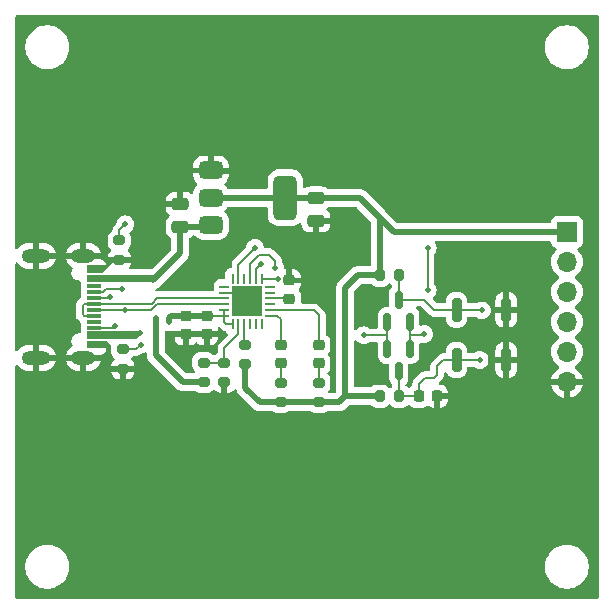
<source format=gbr>
%TF.GenerationSoftware,KiCad,Pcbnew,8.0.2*%
%TF.CreationDate,2024-06-01T19:49:29+09:00*%
%TF.ProjectId,esp8266writer,65737038-3236-4367-9772-697465722e6b,rev?*%
%TF.SameCoordinates,Original*%
%TF.FileFunction,Copper,L1,Top*%
%TF.FilePolarity,Positive*%
%FSLAX46Y46*%
G04 Gerber Fmt 4.6, Leading zero omitted, Abs format (unit mm)*
G04 Created by KiCad (PCBNEW 8.0.2) date 2024-06-01 19:49:29*
%MOMM*%
%LPD*%
G01*
G04 APERTURE LIST*
G04 Aperture macros list*
%AMRoundRect*
0 Rectangle with rounded corners*
0 $1 Rounding radius*
0 $2 $3 $4 $5 $6 $7 $8 $9 X,Y pos of 4 corners*
0 Add a 4 corners polygon primitive as box body*
4,1,4,$2,$3,$4,$5,$6,$7,$8,$9,$2,$3,0*
0 Add four circle primitives for the rounded corners*
1,1,$1+$1,$2,$3*
1,1,$1+$1,$4,$5*
1,1,$1+$1,$6,$7*
1,1,$1+$1,$8,$9*
0 Add four rect primitives between the rounded corners*
20,1,$1+$1,$2,$3,$4,$5,0*
20,1,$1+$1,$4,$5,$6,$7,0*
20,1,$1+$1,$6,$7,$8,$9,0*
20,1,$1+$1,$8,$9,$2,$3,0*%
G04 Aperture macros list end*
%TA.AperFunction,SMDPad,CuDef*%
%ADD10RoundRect,0.225000X-0.250000X0.225000X-0.250000X-0.225000X0.250000X-0.225000X0.250000X0.225000X0*%
%TD*%
%TA.AperFunction,SMDPad,CuDef*%
%ADD11RoundRect,0.200000X0.275000X-0.200000X0.275000X0.200000X-0.275000X0.200000X-0.275000X-0.200000X0*%
%TD*%
%TA.AperFunction,SMDPad,CuDef*%
%ADD12RoundRect,0.200000X-0.275000X0.200000X-0.275000X-0.200000X0.275000X-0.200000X0.275000X0.200000X0*%
%TD*%
%TA.AperFunction,SMDPad,CuDef*%
%ADD13RoundRect,0.200000X0.200000X0.800000X-0.200000X0.800000X-0.200000X-0.800000X0.200000X-0.800000X0*%
%TD*%
%TA.AperFunction,SMDPad,CuDef*%
%ADD14RoundRect,0.200000X0.200000X0.275000X-0.200000X0.275000X-0.200000X-0.275000X0.200000X-0.275000X0*%
%TD*%
%TA.AperFunction,SMDPad,CuDef*%
%ADD15RoundRect,0.062500X-0.350000X-0.062500X0.350000X-0.062500X0.350000X0.062500X-0.350000X0.062500X0*%
%TD*%
%TA.AperFunction,SMDPad,CuDef*%
%ADD16RoundRect,0.062500X-0.062500X-0.350000X0.062500X-0.350000X0.062500X0.350000X-0.062500X0.350000X0*%
%TD*%
%TA.AperFunction,HeatsinkPad*%
%ADD17R,2.600000X2.600000*%
%TD*%
%TA.AperFunction,SMDPad,CuDef*%
%ADD18RoundRect,0.218750X-0.256250X0.218750X-0.256250X-0.218750X0.256250X-0.218750X0.256250X0.218750X0*%
%TD*%
%TA.AperFunction,SMDPad,CuDef*%
%ADD19RoundRect,0.150000X0.150000X-0.587500X0.150000X0.587500X-0.150000X0.587500X-0.150000X-0.587500X0*%
%TD*%
%TA.AperFunction,SMDPad,CuDef*%
%ADD20RoundRect,0.250000X0.475000X-0.250000X0.475000X0.250000X-0.475000X0.250000X-0.475000X-0.250000X0*%
%TD*%
%TA.AperFunction,SMDPad,CuDef*%
%ADD21R,1.270000X0.300000*%
%TD*%
%TA.AperFunction,ComponentPad*%
%ADD22O,2.000000X1.200000*%
%TD*%
%TA.AperFunction,ComponentPad*%
%ADD23O,2.400000X1.200000*%
%TD*%
%TA.AperFunction,SMDPad,CuDef*%
%ADD24RoundRect,0.250000X-0.475000X0.250000X-0.475000X-0.250000X0.475000X-0.250000X0.475000X0.250000X0*%
%TD*%
%TA.AperFunction,SMDPad,CuDef*%
%ADD25RoundRect,0.225000X-0.225000X-0.250000X0.225000X-0.250000X0.225000X0.250000X-0.225000X0.250000X0*%
%TD*%
%TA.AperFunction,SMDPad,CuDef*%
%ADD26RoundRect,0.375000X-0.625000X-0.375000X0.625000X-0.375000X0.625000X0.375000X-0.625000X0.375000X0*%
%TD*%
%TA.AperFunction,SMDPad,CuDef*%
%ADD27RoundRect,0.500000X-0.500000X-1.400000X0.500000X-1.400000X0.500000X1.400000X-0.500000X1.400000X0*%
%TD*%
%TA.AperFunction,SMDPad,CuDef*%
%ADD28RoundRect,0.150000X-0.150000X0.587500X-0.150000X-0.587500X0.150000X-0.587500X0.150000X0.587500X0*%
%TD*%
%TA.AperFunction,SMDPad,CuDef*%
%ADD29RoundRect,0.225000X0.250000X-0.225000X0.250000X0.225000X-0.250000X0.225000X-0.250000X-0.225000X0*%
%TD*%
%TA.AperFunction,ComponentPad*%
%ADD30R,1.700000X1.700000*%
%TD*%
%TA.AperFunction,ComponentPad*%
%ADD31O,1.700000X1.700000*%
%TD*%
%TA.AperFunction,ViaPad*%
%ADD32C,0.500000*%
%TD*%
%TA.AperFunction,Conductor*%
%ADD33C,0.500000*%
%TD*%
%TA.AperFunction,Conductor*%
%ADD34C,0.300000*%
%TD*%
%TA.AperFunction,Conductor*%
%ADD35C,0.127000*%
%TD*%
%TA.AperFunction,Conductor*%
%ADD36C,0.200000*%
%TD*%
G04 APERTURE END LIST*
D10*
%TO.P,C3,1*%
%TO.N,+3V3*%
X91500000Y-75762500D03*
%TO.P,C3,2*%
%TO.N,GND*%
X91500000Y-77312500D03*
%TD*%
D11*
%TO.P,R4,1*%
%TO.N,GND*%
X93000000Y-81362500D03*
%TO.P,R4,2*%
%TO.N,Net-(U1-VBUS)*%
X93000000Y-79712500D03*
%TD*%
D12*
%TO.P,R5,1*%
%TO.N,Net-(U1-~{RST})*%
X94750000Y-78212500D03*
%TO.P,R5,2*%
%TO.N,+3V3*%
X94750000Y-79862500D03*
%TD*%
D13*
%TO.P,SW1,1,1*%
%TO.N,GND*%
X116850000Y-79500000D03*
%TO.P,SW1,2,2*%
%TO.N,/RESET*%
X112650000Y-79500000D03*
%TD*%
D11*
%TO.P,R1,1*%
%TO.N,GND*%
X84400000Y-80225000D03*
%TO.P,R1,2*%
%TO.N,Net-(J1-CC2)*%
X84400000Y-78575000D03*
%TD*%
D13*
%TO.P,SW2,1,1*%
%TO.N,GND*%
X116850000Y-75250000D03*
%TO.P,SW2,2,2*%
%TO.N,/IO0*%
X112650000Y-75250000D03*
%TD*%
D14*
%TO.P,R8,1*%
%TO.N,/IO0*%
X107800000Y-72312500D03*
%TO.P,R8,2*%
%TO.N,+3V3*%
X106150000Y-72312500D03*
%TD*%
D15*
%TO.P,U1,1,~{RI}*%
%TO.N,unconnected-(U1-~{RI}-Pad1)*%
X93000000Y-73287500D03*
%TO.P,U1,2,GND*%
%TO.N,GND*%
X93000000Y-73787500D03*
%TO.P,U1,3,D+*%
%TO.N,/D+*%
X93000000Y-74287500D03*
%TO.P,U1,4,D-*%
%TO.N,/D-*%
X93000000Y-74787500D03*
%TO.P,U1,5,VIO*%
%TO.N,+3V3*%
X93000000Y-75287500D03*
%TO.P,U1,6,VDD*%
X93000000Y-75787500D03*
D16*
%TO.P,U1,7,REGIN*%
X93687500Y-76475000D03*
%TO.P,U1,8,VBUS*%
%TO.N,Net-(U1-VBUS)*%
X94187500Y-76475000D03*
%TO.P,U1,9,~{RST}*%
%TO.N,Net-(U1-~{RST})*%
X94687500Y-76475000D03*
%TO.P,U1,10,NC*%
%TO.N,unconnected-(U1-NC-Pad10)*%
X95187500Y-76475000D03*
%TO.P,U1,11,GPIO.3*%
%TO.N,unconnected-(U1-GPIO.3-Pad11)*%
X95687500Y-76475000D03*
%TO.P,U1,12,RS485/GPIO.2*%
%TO.N,unconnected-(U1-RS485{slash}GPIO.2-Pad12)*%
X96187500Y-76475000D03*
D15*
%TO.P,U1,13,RXT/GPIO.1*%
%TO.N,Net-(D2-K)*%
X96875000Y-75787500D03*
%TO.P,U1,14,TXT/GPIO.0*%
%TO.N,Net-(D1-K)*%
X96875000Y-75287500D03*
%TO.P,U1,15,~{SUSPEND}*%
%TO.N,unconnected-(U1-~{SUSPEND}-Pad15)*%
X96875000Y-74787500D03*
%TO.P,U1,16,VPP*%
%TO.N,Net-(U1-VPP)*%
X96875000Y-74287500D03*
%TO.P,U1,17,SUSPEND*%
%TO.N,unconnected-(U1-SUSPEND-Pad17)*%
X96875000Y-73787500D03*
%TO.P,U1,18,~{CTS}*%
%TO.N,unconnected-(U1-~{CTS}-Pad18)*%
X96875000Y-73287500D03*
D16*
%TO.P,U1,19,~{RTS}*%
%TO.N,/RTS*%
X96187500Y-72600000D03*
%TO.P,U1,20,RXD*%
%TO.N,/ESP_TX*%
X95687500Y-72600000D03*
%TO.P,U1,21,TXD*%
%TO.N,/ESP_RX*%
X95187500Y-72600000D03*
%TO.P,U1,22,~{DSR}*%
%TO.N,unconnected-(U1-~{DSR}-Pad22)*%
X94687500Y-72600000D03*
%TO.P,U1,23,~{DTR}*%
%TO.N,/DTR*%
X94187500Y-72600000D03*
%TO.P,U1,24,~{DCD}*%
%TO.N,unconnected-(U1-~{DCD}-Pad24)*%
X93687500Y-72600000D03*
D17*
%TO.P,U1,25,GND*%
%TO.N,GND*%
X94937500Y-74537500D03*
%TD*%
D18*
%TO.P,D1,1,K*%
%TO.N,Net-(D1-K)*%
X101000000Y-78212500D03*
%TO.P,D1,2,A*%
%TO.N,Net-(D1-A)*%
X101000000Y-79787500D03*
%TD*%
D12*
%TO.P,R6,1*%
%TO.N,Net-(D1-A)*%
X101000000Y-81425000D03*
%TO.P,R6,2*%
%TO.N,+3V3*%
X101000000Y-83075000D03*
%TD*%
D10*
%TO.P,C2,1*%
%TO.N,+3V3*%
X89750000Y-75762500D03*
%TO.P,C2,2*%
%TO.N,GND*%
X89750000Y-77312500D03*
%TD*%
D19*
%TO.P,Q2,1,G*%
%TO.N,/RTS*%
X106800000Y-76250000D03*
%TO.P,Q2,2,S*%
%TO.N,/DTR*%
X108700000Y-76250000D03*
%TO.P,Q2,3,D*%
%TO.N,/IO0*%
X107750000Y-74375000D03*
%TD*%
D12*
%TO.P,R3,1*%
%TO.N,Net-(U1-VBUS)*%
X91250000Y-79712500D03*
%TO.P,R3,2*%
%TO.N,+5V*%
X91250000Y-81362500D03*
%TD*%
D20*
%TO.P,C5,1*%
%TO.N,+5V*%
X89250000Y-68200000D03*
%TO.P,C5,2*%
%TO.N,GND*%
X89250000Y-66300000D03*
%TD*%
D21*
%TO.P,J1,A1,GND*%
%TO.N,GND*%
X81950000Y-71650000D03*
%TO.P,J1,A4,VBUS*%
%TO.N,+5V*%
X81950000Y-72450000D03*
%TO.P,J1,A5,CC1*%
%TO.N,Net-(J1-CC1)*%
X81950000Y-73750000D03*
%TO.P,J1,A6,D+*%
%TO.N,/D+*%
X81950000Y-74750000D03*
%TO.P,J1,A7,D-*%
%TO.N,/D-*%
X81950000Y-75250000D03*
%TO.P,J1,A8,SBU1*%
%TO.N,unconnected-(J1-SBU1-PadA8)*%
X81950000Y-76250000D03*
%TO.P,J1,A9,VBUS*%
%TO.N,+5V*%
X81950000Y-77550000D03*
%TO.P,J1,A12,GND*%
%TO.N,GND*%
X81950000Y-78350000D03*
%TO.P,J1,B1,GND*%
X81950000Y-78050000D03*
%TO.P,J1,B4,VBUS*%
%TO.N,+5V*%
X81950000Y-77250000D03*
%TO.P,J1,B5,CC2*%
%TO.N,Net-(J1-CC2)*%
X81950000Y-76750000D03*
%TO.P,J1,B6,D+*%
%TO.N,/D+*%
X81950000Y-75750000D03*
%TO.P,J1,B7,D-*%
%TO.N,/D-*%
X81950000Y-74250000D03*
%TO.P,J1,B8,SBU2*%
%TO.N,unconnected-(J1-SBU2-PadB8)*%
X81950000Y-73250000D03*
%TO.P,J1,B9,VBUS*%
%TO.N,+5V*%
X81950000Y-72750000D03*
%TO.P,J1,B12,GND*%
%TO.N,GND*%
X81950000Y-71950000D03*
D22*
%TO.P,J1,S1,SHIELD*%
X81050000Y-70680000D03*
D23*
X77050000Y-70680000D03*
D22*
X81050000Y-79318000D03*
D23*
X77050000Y-79320000D03*
%TD*%
D14*
%TO.P,R9,1*%
%TO.N,/RESET*%
X107800000Y-82562500D03*
%TO.P,R9,2*%
%TO.N,+3V3*%
X106150000Y-82562500D03*
%TD*%
D24*
%TO.P,C6,1*%
%TO.N,+3V3*%
X100750000Y-65800000D03*
%TO.P,C6,2*%
%TO.N,GND*%
X100750000Y-67700000D03*
%TD*%
D25*
%TO.P,C4,1*%
%TO.N,/RESET*%
X109450000Y-82562500D03*
%TO.P,C4,2*%
%TO.N,GND*%
X111000000Y-82562500D03*
%TD*%
D11*
%TO.P,R2,1*%
%TO.N,GND*%
X84100000Y-71025000D03*
%TO.P,R2,2*%
%TO.N,Net-(J1-CC1)*%
X84100000Y-69375000D03*
%TD*%
D26*
%TO.P,U2,1,GND*%
%TO.N,GND*%
X91850000Y-63450000D03*
%TO.P,U2,2,VO*%
%TO.N,+3V3*%
X91850000Y-65750000D03*
D27*
X98150000Y-65750000D03*
D26*
%TO.P,U2,3,VI*%
%TO.N,+5V*%
X91850000Y-68050000D03*
%TD*%
D28*
%TO.P,Q1,1,G*%
%TO.N,/DTR*%
X108700000Y-78562500D03*
%TO.P,Q1,2,S*%
%TO.N,/RTS*%
X106800000Y-78562500D03*
%TO.P,Q1,3,D*%
%TO.N,/RESET*%
X107750000Y-80437500D03*
%TD*%
D18*
%TO.P,D2,1,K*%
%TO.N,Net-(D2-K)*%
X97750000Y-78212500D03*
%TO.P,D2,2,A*%
%TO.N,Net-(D2-A)*%
X97750000Y-79787500D03*
%TD*%
D29*
%TO.P,C1,1*%
%TO.N,Net-(U1-VPP)*%
X98500000Y-74312500D03*
%TO.P,C1,2*%
%TO.N,GND*%
X98500000Y-72762500D03*
%TD*%
D12*
%TO.P,R7,1*%
%TO.N,Net-(D2-A)*%
X97750000Y-81425000D03*
%TO.P,R7,2*%
%TO.N,+3V3*%
X97750000Y-83075000D03*
%TD*%
D30*
%TO.P,J2,1,Pin_1*%
%TO.N,+3V3*%
X122000000Y-68650000D03*
D31*
%TO.P,J2,2,Pin_2*%
%TO.N,/ESP_TX*%
X122000000Y-71190000D03*
%TO.P,J2,3,Pin_3*%
%TO.N,/ESP_RX*%
X122000000Y-73730000D03*
%TO.P,J2,4,Pin_4*%
%TO.N,/IO0*%
X122000000Y-76270000D03*
%TO.P,J2,5,Pin_5*%
%TO.N,/RESET*%
X122000000Y-78810000D03*
%TO.P,J2,6,Pin_6*%
%TO.N,GND*%
X122000000Y-81350000D03*
%TD*%
D32*
%TO.N,GND*%
X112625000Y-59685000D03*
X102465000Y-95245000D03*
X87225000Y-59685000D03*
X94845000Y-62225000D03*
X79605000Y-64765000D03*
X117705000Y-85085000D03*
X84685000Y-92705000D03*
X115165000Y-62225000D03*
X97385000Y-90165000D03*
X112625000Y-62225000D03*
X97385000Y-87625000D03*
X94845000Y-87625000D03*
X120245000Y-67305000D03*
X97385000Y-52065000D03*
X94845000Y-52065000D03*
X105005000Y-52065000D03*
X82145000Y-97785000D03*
X122785000Y-59685000D03*
X87225000Y-64765000D03*
X82145000Y-82545000D03*
X110085000Y-57145000D03*
X82145000Y-90165000D03*
X115165000Y-54605000D03*
X77065000Y-90165000D03*
X94845000Y-92705000D03*
X117705000Y-90165000D03*
X115165000Y-52065000D03*
X94845000Y-90165000D03*
X110085000Y-80005000D03*
X89765000Y-59685000D03*
X110085000Y-90165000D03*
X89765000Y-95245000D03*
X77065000Y-82545000D03*
X105005000Y-80005000D03*
X87225000Y-52065000D03*
X107545000Y-87625000D03*
X84685000Y-62225000D03*
X77065000Y-59685000D03*
X89765000Y-92705000D03*
X92305000Y-95245000D03*
X120245000Y-59685000D03*
X102465000Y-59685000D03*
X82145000Y-85085000D03*
X105005000Y-97785000D03*
X115165000Y-85085000D03*
X105005000Y-87625000D03*
X122785000Y-87625000D03*
X92305000Y-59685000D03*
X115165000Y-69845000D03*
X105005000Y-90165000D03*
X77065000Y-87625000D03*
X89765000Y-54605000D03*
X122785000Y-90165000D03*
X107545000Y-90165000D03*
X122785000Y-57145000D03*
X107545000Y-54605000D03*
X105005000Y-59685000D03*
X105005000Y-74925000D03*
X99925000Y-62225000D03*
X105005000Y-95245000D03*
X82145000Y-57145000D03*
X117705000Y-95245000D03*
X82145000Y-95245000D03*
X107545000Y-97785000D03*
X99925000Y-54605000D03*
X107545000Y-52065000D03*
X82145000Y-87625000D03*
X117705000Y-92705000D03*
X102465000Y-97785000D03*
X122785000Y-85085000D03*
X112625000Y-95245000D03*
X102465000Y-52065000D03*
X117705000Y-97785000D03*
X94845000Y-59685000D03*
X117705000Y-57145000D03*
X110085000Y-97785000D03*
X102465000Y-67305000D03*
X92305000Y-57145000D03*
X107545000Y-62225000D03*
X77065000Y-92705000D03*
X87225000Y-62225000D03*
X94845000Y-97785000D03*
X102465000Y-62225000D03*
X92305000Y-54605000D03*
X112625000Y-67305000D03*
X112625000Y-52065000D03*
X92305000Y-92705000D03*
X120245000Y-69845000D03*
X99925000Y-95245000D03*
X79605000Y-87625000D03*
X79605000Y-90165000D03*
X87225000Y-54605000D03*
X115165000Y-87625000D03*
X79605000Y-92705000D03*
X110085000Y-87625000D03*
X117705000Y-54605000D03*
X120245000Y-90165000D03*
X82145000Y-62225000D03*
X117705000Y-87625000D03*
X105005000Y-54605000D03*
X117705000Y-67305000D03*
X92305000Y-87625000D03*
X94845000Y-95245000D03*
X92305000Y-90165000D03*
X94900000Y-74600000D03*
X87225000Y-82545000D03*
X112625000Y-87625000D03*
X89700000Y-79100000D03*
X89765000Y-87625000D03*
X120245000Y-57145000D03*
X102465000Y-54605000D03*
X110085000Y-67305000D03*
X77065000Y-67305000D03*
X84685000Y-57145000D03*
X102465000Y-57145000D03*
X79605000Y-57145000D03*
X107545000Y-95245000D03*
X99925000Y-92705000D03*
X89765000Y-62225000D03*
X120245000Y-64765000D03*
X110085000Y-95245000D03*
X117705000Y-59685000D03*
X105005000Y-92705000D03*
X112625000Y-97785000D03*
X82145000Y-59685000D03*
X82145000Y-52065000D03*
X79605000Y-82545000D03*
X120245000Y-85085000D03*
X87225000Y-95245000D03*
X79605000Y-59685000D03*
X77065000Y-57145000D03*
X89765000Y-72385000D03*
X84685000Y-90165000D03*
X79605000Y-67305000D03*
X112625000Y-54605000D03*
X110085000Y-52065000D03*
X84685000Y-52065000D03*
X99925000Y-57145000D03*
X87225000Y-90165000D03*
X110085000Y-92705000D03*
X97385000Y-97785000D03*
X115165000Y-95245000D03*
X120245000Y-92705000D03*
X94700000Y-63500000D03*
X120245000Y-82545000D03*
X92305000Y-52065000D03*
X102465000Y-64765000D03*
X77065000Y-64765000D03*
X107545000Y-92705000D03*
X117705000Y-52065000D03*
X77065000Y-85085000D03*
X107545000Y-59685000D03*
X94845000Y-54605000D03*
X82145000Y-67305000D03*
X112625000Y-92705000D03*
X122785000Y-62225000D03*
X107545000Y-57145000D03*
X89765000Y-52065000D03*
X82145000Y-64765000D03*
X82145000Y-54605000D03*
X117705000Y-69845000D03*
X94845000Y-57145000D03*
X115165000Y-59685000D03*
X112625000Y-57145000D03*
X97385000Y-59685000D03*
X115165000Y-90165000D03*
X115165000Y-57145000D03*
X99925000Y-52065000D03*
X97385000Y-92705000D03*
X97385000Y-57145000D03*
X99925000Y-97785000D03*
X97385000Y-54605000D03*
X97385000Y-95245000D03*
X120245000Y-80005000D03*
X102465000Y-92705000D03*
X110085000Y-62225000D03*
X102465000Y-87625000D03*
X122785000Y-92705000D03*
X105005000Y-64765000D03*
X92305000Y-97785000D03*
X110085000Y-64765000D03*
X112625000Y-90165000D03*
X115165000Y-92705000D03*
X112625000Y-69845000D03*
X87225000Y-57145000D03*
X97385000Y-62225000D03*
X102465000Y-90165000D03*
X110085000Y-54605000D03*
X79605000Y-74925000D03*
X87225000Y-92705000D03*
X87225000Y-97785000D03*
X89765000Y-90165000D03*
X110085000Y-59685000D03*
X112625000Y-64765000D03*
X84685000Y-64765000D03*
X79605000Y-85085000D03*
X105005000Y-57145000D03*
X107545000Y-64765000D03*
X88900000Y-84500000D03*
X105005000Y-62225000D03*
X84685000Y-95245000D03*
X115165000Y-67305000D03*
X99925000Y-87625000D03*
X122785000Y-64765000D03*
X115165000Y-64765000D03*
X77065000Y-62225000D03*
X82145000Y-92705000D03*
X99925000Y-59685000D03*
X87225000Y-87625000D03*
X117705000Y-62225000D03*
X89765000Y-57145000D03*
X117705000Y-64765000D03*
X115165000Y-77465000D03*
X84685000Y-87625000D03*
X99925000Y-90165000D03*
X79605000Y-62225000D03*
X89765000Y-97785000D03*
X92305000Y-69845000D03*
X84685000Y-59685000D03*
X115165000Y-97785000D03*
X120245000Y-77465000D03*
X92305000Y-72385000D03*
X112625000Y-85085000D03*
X84685000Y-54605000D03*
X84685000Y-97785000D03*
X120245000Y-87625000D03*
X120245000Y-62225000D03*
X100750000Y-69200000D03*
X112625000Y-77465000D03*
%TO.N,+3V3*%
X88300000Y-76300000D03*
X94750000Y-81850000D03*
%TO.N,/RESET*%
X114600000Y-79500000D03*
%TO.N,+5V*%
X85850000Y-77250000D03*
X86950000Y-72750000D03*
X87200000Y-75900000D03*
X89250000Y-70450000D03*
X87200000Y-75900000D03*
%TO.N,/D-*%
X84600000Y-75300000D03*
X83300000Y-74200000D03*
%TO.N,Net-(J1-CC1)*%
X84300000Y-73500000D03*
X84600000Y-68000000D03*
%TO.N,Net-(J1-CC2)*%
X83700000Y-76600000D03*
X85900000Y-78200000D03*
%TO.N,/ESP_RX*%
X97300000Y-71700000D03*
%TO.N,/ESP_TX*%
X96100000Y-71400000D03*
%TO.N,/IO0*%
X114800000Y-75300000D03*
%TO.N,/DTR*%
X95600000Y-70000000D03*
X110200000Y-73600000D03*
X110200000Y-70000000D03*
X109900000Y-77300000D03*
%TO.N,/RTS*%
X97500000Y-72600000D03*
X104800000Y-77400000D03*
%TD*%
D33*
%TO.N,GND*%
X111000000Y-84000000D02*
X110500000Y-84500000D01*
X100500000Y-69900000D02*
X99100000Y-69900000D01*
X94937500Y-74562500D02*
X94900000Y-74600000D01*
D34*
X83250000Y-71350000D02*
X83575000Y-71025000D01*
X81050000Y-70680000D02*
X82580000Y-70680000D01*
X89950000Y-63450000D02*
X91850000Y-63450000D01*
X89250000Y-66300000D02*
X89250000Y-64150000D01*
D33*
X89750000Y-79050000D02*
X89700000Y-79100000D01*
X91900000Y-63500000D02*
X91850000Y-63450000D01*
X122000000Y-81350000D02*
X117250000Y-81350000D01*
X116850000Y-79500000D02*
X116850000Y-81750000D01*
X100750000Y-69200000D02*
X100750000Y-69650000D01*
D34*
X86400000Y-70200000D02*
X86400000Y-67000000D01*
X82518000Y-79318000D02*
X81050000Y-79318000D01*
D33*
X93000000Y-84200000D02*
X93300000Y-84500000D01*
X116850000Y-81750000D02*
X116037500Y-82562500D01*
D34*
X83100000Y-78200000D02*
X83100000Y-78400000D01*
D33*
X116850000Y-75250000D02*
X116850000Y-79500000D01*
D34*
X87100000Y-66300000D02*
X89250000Y-66300000D01*
D33*
X116037500Y-82562500D02*
X111000000Y-82562500D01*
D34*
X81950000Y-71950000D02*
X82650000Y-71950000D01*
X77052000Y-79318000D02*
X77050000Y-79320000D01*
X83100000Y-79900000D02*
X83425000Y-80225000D01*
X81950000Y-78050000D02*
X82950000Y-78050000D01*
D33*
X100750000Y-67700000D02*
X100750000Y-69200000D01*
D34*
X83425000Y-80225000D02*
X84400000Y-80225000D01*
D33*
X99100000Y-69900000D02*
X98500000Y-70500000D01*
X93300000Y-84500000D02*
X88900000Y-84500000D01*
X110500000Y-84500000D02*
X93300000Y-84500000D01*
D34*
X85575000Y-71025000D02*
X86400000Y-70200000D01*
X86400000Y-67000000D02*
X87100000Y-66300000D01*
D33*
X84400000Y-83400000D02*
X84400000Y-80225000D01*
X98500000Y-70500000D02*
X98500000Y-72762500D01*
X94700000Y-63500000D02*
X91900000Y-63500000D01*
X89750000Y-77312500D02*
X89750000Y-79050000D01*
D34*
X83050000Y-78350000D02*
X83100000Y-78400000D01*
X81950000Y-71950000D02*
X81950000Y-71650000D01*
D33*
X88900000Y-84500000D02*
X85500000Y-84500000D01*
D34*
X81050000Y-70680000D02*
X77050000Y-70680000D01*
D33*
X85500000Y-84500000D02*
X84400000Y-83400000D01*
D34*
X81950000Y-71650000D02*
X82950000Y-71650000D01*
X82950000Y-78050000D02*
X83100000Y-78200000D01*
X83425000Y-80225000D02*
X82518000Y-79318000D01*
D33*
X94937500Y-74537500D02*
X94937500Y-74562500D01*
D34*
X83575000Y-71025000D02*
X84100000Y-71025000D01*
X82580000Y-70680000D02*
X83250000Y-71350000D01*
X82950000Y-71650000D02*
X83250000Y-71350000D01*
D35*
X93000000Y-73787500D02*
X94187500Y-73787500D01*
D33*
X93000000Y-81362500D02*
X93000000Y-84200000D01*
D34*
X81050000Y-79318000D02*
X77052000Y-79318000D01*
X84100000Y-71025000D02*
X85575000Y-71025000D01*
X83100000Y-78400000D02*
X83100000Y-79900000D01*
D33*
X100750000Y-69650000D02*
X100500000Y-69900000D01*
X117250000Y-81350000D02*
X116850000Y-81750000D01*
X111000000Y-82562500D02*
X111000000Y-84000000D01*
D34*
X81950000Y-78350000D02*
X83050000Y-78350000D01*
X82650000Y-71950000D02*
X82950000Y-71650000D01*
X89250000Y-64150000D02*
X89950000Y-63450000D01*
D33*
X89750000Y-77312500D02*
X91500000Y-77312500D01*
D35*
%TO.N,Net-(U1-VPP)*%
X98475000Y-74287500D02*
X98500000Y-74312500D01*
X96875000Y-74287500D02*
X98475000Y-74287500D01*
%TO.N,+3V3*%
X93000000Y-75787500D02*
X91525000Y-75787500D01*
D33*
X94750000Y-79862500D02*
X94750000Y-81850000D01*
X106150000Y-67450000D02*
X107350000Y-68650000D01*
X107350000Y-68650000D02*
X122000000Y-68650000D01*
X88300000Y-75900000D02*
X88437500Y-75762500D01*
X106150000Y-72312500D02*
X106150000Y-67450000D01*
X98150000Y-65750000D02*
X100700000Y-65750000D01*
D35*
X93175000Y-76475000D02*
X93687500Y-76475000D01*
D33*
X97750000Y-83075000D02*
X101000000Y-83075000D01*
D35*
X93000000Y-76300000D02*
X93175000Y-76475000D01*
D33*
X91850000Y-65750000D02*
X98150000Y-65750000D01*
X89750000Y-75762500D02*
X91500000Y-75762500D01*
X102725000Y-83075000D02*
X103237500Y-82562500D01*
X101000000Y-83075000D02*
X102725000Y-83075000D01*
X103237500Y-82562500D02*
X106150000Y-82562500D01*
X100700000Y-65750000D02*
X100750000Y-65800000D01*
X88300000Y-76300000D02*
X88300000Y-75900000D01*
X104287500Y-72312500D02*
X106150000Y-72312500D01*
X88437500Y-75762500D02*
X89750000Y-75762500D01*
X106150000Y-67450000D02*
X104500000Y-65800000D01*
X94750000Y-81850000D02*
X95975000Y-83075000D01*
X103237500Y-82562500D02*
X103237500Y-73362500D01*
X103237500Y-73362500D02*
X104287500Y-72312500D01*
D35*
X93000000Y-75287500D02*
X93000000Y-75787500D01*
X91525000Y-75787500D02*
X91500000Y-75762500D01*
X93000000Y-75787500D02*
X93000000Y-76300000D01*
D33*
X95975000Y-83075000D02*
X97750000Y-83075000D01*
X104500000Y-65800000D02*
X100750000Y-65800000D01*
D35*
%TO.N,/RESET*%
X112650000Y-79500000D02*
X114600000Y-79500000D01*
X107750000Y-80437500D02*
X107750000Y-82512500D01*
X109450000Y-81550000D02*
X110000000Y-81000000D01*
X111000000Y-80750000D02*
X111000000Y-80000000D01*
X110000000Y-81000000D02*
X110750000Y-81000000D01*
X111500000Y-79500000D02*
X112650000Y-79500000D01*
X111000000Y-80000000D02*
X111500000Y-79500000D01*
X109450000Y-82562500D02*
X109450000Y-81550000D01*
X110750000Y-81000000D02*
X111000000Y-80750000D01*
X107800000Y-82562500D02*
X109450000Y-82562500D01*
X107750000Y-82512500D02*
X107800000Y-82562500D01*
D33*
%TO.N,+5V*%
X91700000Y-68200000D02*
X91850000Y-68050000D01*
X89250000Y-68200000D02*
X91700000Y-68200000D01*
D34*
X85550000Y-77550000D02*
X85850000Y-77250000D01*
D33*
X89462500Y-81362500D02*
X87200000Y-79100000D01*
D34*
X85850000Y-77250000D02*
X81950000Y-77250000D01*
X81950000Y-72750000D02*
X86950000Y-72750000D01*
D33*
X91250000Y-81362500D02*
X89462500Y-81362500D01*
D34*
X81950000Y-77550000D02*
X85550000Y-77550000D01*
D33*
X87200000Y-79100000D02*
X87200000Y-75900000D01*
D34*
X86950000Y-72750000D02*
X87250000Y-72450000D01*
D33*
X89250000Y-70450000D02*
X89250000Y-68200000D01*
X89250000Y-70450000D02*
X86950000Y-72750000D01*
D34*
X87250000Y-72450000D02*
X81950000Y-72450000D01*
D35*
%TO.N,Net-(D1-A)*%
X101000000Y-79787500D02*
X101000000Y-81425000D01*
%TO.N,Net-(D1-K)*%
X101000000Y-75700000D02*
X100587500Y-75287500D01*
X100587500Y-75287500D02*
X96875000Y-75287500D01*
X101000000Y-78212500D02*
X101000000Y-75700000D01*
%TO.N,Net-(D2-K)*%
X97750000Y-78212500D02*
X97750000Y-76050000D01*
X97750000Y-76050000D02*
X97487500Y-75787500D01*
X97487500Y-75787500D02*
X96875000Y-75787500D01*
%TO.N,Net-(D2-A)*%
X97750000Y-79787500D02*
X97750000Y-81425000D01*
D36*
%TO.N,/D+*%
X81150000Y-74750000D02*
X81950000Y-74750000D01*
X81000000Y-75635000D02*
X81000000Y-74900000D01*
X87312500Y-74287500D02*
X93000000Y-74287500D01*
X81950000Y-75750000D02*
X81115000Y-75750000D01*
X81000000Y-74900000D02*
X81150000Y-74750000D01*
X85600000Y-74750000D02*
X86850000Y-74750000D01*
X81115000Y-75750000D02*
X81000000Y-75635000D01*
X81950000Y-74750000D02*
X85600000Y-74750000D01*
X86850000Y-74750000D02*
X87312500Y-74287500D01*
%TO.N,/D-*%
X83250000Y-74250000D02*
X83300000Y-74200000D01*
X87274948Y-74787500D02*
X93000000Y-74787500D01*
X83150000Y-75250000D02*
X83200000Y-75300000D01*
X81950000Y-75250000D02*
X83150000Y-75250000D01*
X83200000Y-75300000D02*
X84600000Y-75300000D01*
X81950000Y-74250000D02*
X83250000Y-74250000D01*
X84600000Y-75300000D02*
X86762448Y-75300000D01*
X86762448Y-75300000D02*
X87274948Y-74787500D01*
D35*
%TO.N,Net-(J1-CC1)*%
X84100000Y-68500000D02*
X84600000Y-68000000D01*
X84100000Y-69375000D02*
X84100000Y-68500000D01*
X81950000Y-73750000D02*
X82750000Y-73750000D01*
X83000000Y-73500000D02*
X84300000Y-73500000D01*
X82750000Y-73750000D02*
X83000000Y-73500000D01*
%TO.N,Net-(J1-CC2)*%
X83700000Y-76600000D02*
X83550000Y-76750000D01*
X85525000Y-78575000D02*
X85900000Y-78200000D01*
X84400000Y-78575000D02*
X85525000Y-78575000D01*
X83550000Y-76750000D02*
X81950000Y-76750000D01*
%TO.N,/ESP_RX*%
X97300000Y-71100000D02*
X97300000Y-71700000D01*
X95187500Y-72600000D02*
X95187500Y-71351355D01*
X96800000Y-70600000D02*
X97300000Y-71100000D01*
X95187500Y-71351355D02*
X95938855Y-70600000D01*
X95938855Y-70600000D02*
X96800000Y-70600000D01*
%TO.N,/ESP_TX*%
X95687500Y-71812500D02*
X95687500Y-72600000D01*
X96100000Y-71400000D02*
X95687500Y-71812500D01*
%TO.N,/IO0*%
X107750000Y-74375000D02*
X107750000Y-73250000D01*
X107750000Y-74375000D02*
X109875000Y-74375000D01*
X107750000Y-72362500D02*
X107800000Y-72312500D01*
X109875000Y-74375000D02*
X110750000Y-75250000D01*
X110750000Y-75250000D02*
X112650000Y-75250000D01*
X114750000Y-75250000D02*
X114800000Y-75300000D01*
X107750000Y-73250000D02*
X107750000Y-72362500D01*
X112650000Y-75250000D02*
X114750000Y-75250000D01*
%TO.N,/DTR*%
X108700000Y-78562500D02*
X108700000Y-77400000D01*
X110200000Y-70000000D02*
X110200000Y-73600000D01*
X109800000Y-77400000D02*
X108700000Y-77400000D01*
X108700000Y-77400000D02*
X108700000Y-76250000D01*
X94187500Y-72600000D02*
X94187500Y-71412500D01*
X109900000Y-77300000D02*
X109800000Y-77400000D01*
X94187500Y-71412500D02*
X95600000Y-70000000D01*
%TO.N,/RTS*%
X106800000Y-77400000D02*
X104800000Y-77400000D01*
X97500000Y-72600000D02*
X96187500Y-72600000D01*
X106800000Y-77400000D02*
X106800000Y-78562500D01*
X106800000Y-76250000D02*
X106800000Y-77400000D01*
%TO.N,Net-(U1-VBUS)*%
X94187500Y-77312500D02*
X94187500Y-76475000D01*
X93000000Y-79712500D02*
X91250000Y-79712500D01*
X93000000Y-79712500D02*
X93000000Y-78500000D01*
X93000000Y-78500000D02*
X94187500Y-77312500D01*
%TO.N,Net-(U1-~{RST})*%
X94687500Y-76475000D02*
X94687500Y-78150000D01*
X94687500Y-78150000D02*
X94750000Y-78212500D01*
%TD*%
%TA.AperFunction,Conductor*%
%TO.N,GND*%
G36*
X96592540Y-66520185D02*
G01*
X96638295Y-66572989D01*
X96649501Y-66624500D01*
X96649501Y-67208034D01*
X96660113Y-67327415D01*
X96716089Y-67523045D01*
X96716090Y-67523048D01*
X96716091Y-67523049D01*
X96810302Y-67703407D01*
X96810304Y-67703409D01*
X96938890Y-67861109D01*
X96986566Y-67899983D01*
X97096593Y-67989698D01*
X97276951Y-68083909D01*
X97472582Y-68139886D01*
X97591963Y-68150500D01*
X98708036Y-68150499D01*
X98827418Y-68139886D01*
X99023049Y-68083909D01*
X99203407Y-67989698D01*
X99322641Y-67892474D01*
X99387035Y-67865367D01*
X99455865Y-67877376D01*
X99507275Y-67924691D01*
X99525000Y-67988569D01*
X99525000Y-67999966D01*
X99525001Y-67999987D01*
X99535494Y-68102697D01*
X99590641Y-68269119D01*
X99590643Y-68269124D01*
X99682684Y-68418345D01*
X99806654Y-68542315D01*
X99955875Y-68634356D01*
X99955880Y-68634358D01*
X100122302Y-68689505D01*
X100122309Y-68689506D01*
X100225019Y-68699999D01*
X100499999Y-68699999D01*
X101000000Y-68699999D01*
X101274972Y-68699999D01*
X101274986Y-68699998D01*
X101377697Y-68689505D01*
X101544119Y-68634358D01*
X101544124Y-68634356D01*
X101693345Y-68542315D01*
X101817315Y-68418345D01*
X101909356Y-68269124D01*
X101909358Y-68269119D01*
X101964505Y-68102697D01*
X101964506Y-68102690D01*
X101974999Y-67999986D01*
X101975000Y-67999973D01*
X101975000Y-67950000D01*
X101000000Y-67950000D01*
X101000000Y-68699999D01*
X100499999Y-68699999D01*
X100500000Y-68699998D01*
X100500000Y-67574000D01*
X100519685Y-67506961D01*
X100572489Y-67461206D01*
X100624000Y-67450000D01*
X101974999Y-67450000D01*
X101974999Y-67400028D01*
X101974998Y-67400013D01*
X101964505Y-67297302D01*
X101909358Y-67130880D01*
X101909356Y-67130875D01*
X101817315Y-66981654D01*
X101693344Y-66857683D01*
X101693341Y-66857681D01*
X101690339Y-66855829D01*
X101688713Y-66854021D01*
X101687677Y-66853202D01*
X101687817Y-66853024D01*
X101643617Y-66803880D01*
X101632397Y-66734917D01*
X101660243Y-66670836D01*
X101690344Y-66644754D01*
X101693656Y-66642712D01*
X101749549Y-66586819D01*
X101810872Y-66553334D01*
X101837230Y-66550500D01*
X104137770Y-66550500D01*
X104204809Y-66570185D01*
X104225451Y-66586819D01*
X105363181Y-67724548D01*
X105396666Y-67785871D01*
X105399500Y-67812229D01*
X105399500Y-71438000D01*
X105379815Y-71505039D01*
X105327011Y-71550794D01*
X105275500Y-71562000D01*
X104213580Y-71562000D01*
X104068592Y-71590840D01*
X104068582Y-71590843D01*
X103932011Y-71647412D01*
X103931998Y-71647419D01*
X103809084Y-71729548D01*
X103809080Y-71729551D01*
X102654548Y-72884083D01*
X102651597Y-72888500D01*
X102608594Y-72952861D01*
X102590505Y-72979933D01*
X102572416Y-73007004D01*
X102572412Y-73007011D01*
X102515843Y-73143582D01*
X102515840Y-73143592D01*
X102487000Y-73288579D01*
X102487000Y-82200270D01*
X102467315Y-82267309D01*
X102450681Y-82287951D01*
X102450451Y-82288181D01*
X102389128Y-82321666D01*
X102362770Y-82324500D01*
X101865520Y-82324500D01*
X101798481Y-82304815D01*
X101752726Y-82252011D01*
X101742782Y-82182853D01*
X101771807Y-82119297D01*
X101777839Y-82112819D01*
X101830468Y-82060189D01*
X101830469Y-82060188D01*
X101830472Y-82060185D01*
X101918478Y-81914606D01*
X101969086Y-81752196D01*
X101975500Y-81681616D01*
X101975500Y-81168384D01*
X101969086Y-81097804D01*
X101918478Y-80935394D01*
X101830472Y-80789815D01*
X101830470Y-80789813D01*
X101830469Y-80789811D01*
X101747846Y-80707188D01*
X101714361Y-80645865D01*
X101719345Y-80576173D01*
X101747846Y-80531826D01*
X101781987Y-80497685D01*
X101824281Y-80455391D01*
X101912549Y-80312287D01*
X101965436Y-80152685D01*
X101975500Y-80054174D01*
X101975500Y-79520826D01*
X101965436Y-79422315D01*
X101912549Y-79262713D01*
X101912545Y-79262707D01*
X101912544Y-79262704D01*
X101824283Y-79119612D01*
X101824280Y-79119608D01*
X101792353Y-79087681D01*
X101758868Y-79026358D01*
X101763852Y-78956666D01*
X101792353Y-78912319D01*
X101806928Y-78897744D01*
X101824281Y-78880391D01*
X101912549Y-78737287D01*
X101965436Y-78577685D01*
X101975500Y-78479174D01*
X101975500Y-77945826D01*
X101965436Y-77847315D01*
X101912549Y-77687713D01*
X101912545Y-77687707D01*
X101912544Y-77687704D01*
X101824283Y-77544612D01*
X101824280Y-77544608D01*
X101705390Y-77425718D01*
X101622902Y-77374838D01*
X101576178Y-77322889D01*
X101564000Y-77269300D01*
X101564000Y-75625750D01*
X101564000Y-75625748D01*
X101548662Y-75568506D01*
X101547520Y-75564243D01*
X101547520Y-75564242D01*
X101525566Y-75482306D01*
X101525565Y-75482305D01*
X101525565Y-75482304D01*
X101515846Y-75465470D01*
X101451313Y-75353696D01*
X101346304Y-75248687D01*
X101346303Y-75248686D01*
X101341973Y-75244356D01*
X101341962Y-75244346D01*
X101045883Y-74948267D01*
X101045881Y-74948264D01*
X100933806Y-74836189D01*
X100933804Y-74836187D01*
X100848065Y-74786685D01*
X100805198Y-74761936D01*
X100805197Y-74761935D01*
X100765053Y-74751179D01*
X100724911Y-74740423D01*
X100724910Y-74740422D01*
X100678675Y-74728034D01*
X100661753Y-74723500D01*
X100661752Y-74723500D01*
X99598751Y-74723500D01*
X99531712Y-74703815D01*
X99485957Y-74651011D01*
X99475740Y-74589022D01*
X99475339Y-74589002D01*
X99475432Y-74587156D01*
X99475392Y-74586908D01*
X99475498Y-74585860D01*
X99475500Y-74585845D01*
X99475499Y-74039156D01*
X99473019Y-74014882D01*
X99465349Y-73939792D01*
X99465348Y-73939789D01*
X99450350Y-73894528D01*
X99412003Y-73778803D01*
X99411999Y-73778797D01*
X99411998Y-73778794D01*
X99322970Y-73634459D01*
X99322967Y-73634455D01*
X99313339Y-73624827D01*
X99279854Y-73563504D01*
X99284838Y-73493812D01*
X99313345Y-73449459D01*
X99322573Y-73440231D01*
X99411542Y-73295992D01*
X99411547Y-73295981D01*
X99464855Y-73135106D01*
X99474999Y-73035822D01*
X99475000Y-73035809D01*
X99475000Y-73012500D01*
X98374000Y-73012500D01*
X98306961Y-72992815D01*
X98261206Y-72940011D01*
X98250000Y-72888500D01*
X98250000Y-72653546D01*
X98250780Y-72639661D01*
X98255249Y-72600001D01*
X98255249Y-72599995D01*
X98250780Y-72560336D01*
X98250000Y-72546452D01*
X98250000Y-72512500D01*
X98750000Y-72512500D01*
X99474999Y-72512500D01*
X99474999Y-72489192D01*
X99474998Y-72489177D01*
X99464855Y-72389892D01*
X99411547Y-72229018D01*
X99411542Y-72229007D01*
X99322575Y-72084771D01*
X99322572Y-72084767D01*
X99202732Y-71964927D01*
X99202728Y-71964924D01*
X99058492Y-71875957D01*
X99058481Y-71875952D01*
X98897606Y-71822644D01*
X98798322Y-71812500D01*
X98750000Y-71812500D01*
X98750000Y-72512500D01*
X98250000Y-72512500D01*
X98250000Y-71812500D01*
X98249999Y-71812499D01*
X98201693Y-71812500D01*
X98201666Y-71812502D01*
X98191525Y-71813538D01*
X98122833Y-71800767D01*
X98071950Y-71752885D01*
X98055707Y-71704063D01*
X98036314Y-71531944D01*
X97980454Y-71372305D01*
X97980452Y-71372302D01*
X97886773Y-71223214D01*
X97888029Y-71222424D01*
X97864646Y-71165149D01*
X97864001Y-71152521D01*
X97864001Y-71025750D01*
X97864001Y-71025748D01*
X97825565Y-70882304D01*
X97798831Y-70836000D01*
X97751313Y-70753696D01*
X97646304Y-70648687D01*
X97641973Y-70644356D01*
X97641962Y-70644346D01*
X97258383Y-70260767D01*
X97258381Y-70260764D01*
X97146306Y-70148689D01*
X97146304Y-70148687D01*
X97017696Y-70074435D01*
X97017019Y-70074253D01*
X97017013Y-70074250D01*
X97017013Y-70074252D01*
X96874253Y-70036000D01*
X96874252Y-70036000D01*
X96470118Y-70036000D01*
X96403079Y-70016315D01*
X96357324Y-69963511D01*
X96346898Y-69925883D01*
X96336314Y-69831944D01*
X96303860Y-69739195D01*
X96280456Y-69672310D01*
X96280455Y-69672309D01*
X96280454Y-69672305D01*
X96280452Y-69672302D01*
X96190481Y-69529115D01*
X96190476Y-69529109D01*
X96070890Y-69409523D01*
X96070884Y-69409518D01*
X95927697Y-69319547D01*
X95927694Y-69319545D01*
X95768056Y-69263685D01*
X95600003Y-69244751D01*
X95599997Y-69244751D01*
X95431943Y-69263685D01*
X95272305Y-69319545D01*
X95272302Y-69319547D01*
X95129115Y-69409518D01*
X95129109Y-69409523D01*
X95009523Y-69529109D01*
X95009518Y-69529115D01*
X94919547Y-69672302D01*
X94919544Y-69672307D01*
X94863687Y-69831941D01*
X94854988Y-69909137D01*
X94827920Y-69973550D01*
X94819449Y-69982932D01*
X93841198Y-70961185D01*
X93736189Y-71066193D01*
X93736185Y-71066199D01*
X93673800Y-71174253D01*
X93661934Y-71194805D01*
X93661933Y-71194806D01*
X93626851Y-71325742D01*
X93626850Y-71325747D01*
X93623500Y-71338247D01*
X93623500Y-71573594D01*
X93603815Y-71640633D01*
X93551011Y-71686388D01*
X93515684Y-71696533D01*
X93478036Y-71701489D01*
X93478027Y-71701491D01*
X93341074Y-71758219D01*
X93341071Y-71758220D01*
X93341071Y-71758221D01*
X93257113Y-71822644D01*
X93223464Y-71848464D01*
X93133219Y-71966074D01*
X93076491Y-72103027D01*
X93076490Y-72103029D01*
X93062001Y-72213089D01*
X93062000Y-72213105D01*
X93062000Y-72538000D01*
X93042315Y-72605039D01*
X92989511Y-72650794D01*
X92938000Y-72662000D01*
X92613096Y-72662000D01*
X92503036Y-72676488D01*
X92503027Y-72676491D01*
X92366074Y-72733219D01*
X92366071Y-72733220D01*
X92366071Y-72733221D01*
X92248464Y-72823464D01*
X92159035Y-72940011D01*
X92158219Y-72941074D01*
X92101491Y-73078027D01*
X92101490Y-73078029D01*
X92087000Y-73188098D01*
X92087000Y-73386903D01*
X92101489Y-73496968D01*
X92103594Y-73504822D01*
X92100510Y-73505648D01*
X92106349Y-73560237D01*
X92103514Y-73570152D01*
X92104082Y-73570304D01*
X92101978Y-73578154D01*
X92101843Y-73579186D01*
X92101486Y-73579991D01*
X92099876Y-73586004D01*
X92098937Y-73585752D01*
X92073576Y-73643083D01*
X92015251Y-73681553D01*
X91978904Y-73687000D01*
X87399170Y-73687000D01*
X87399154Y-73686999D01*
X87391558Y-73686999D01*
X87274341Y-73686999D01*
X87207302Y-73667314D01*
X87161547Y-73614510D01*
X87151603Y-73545352D01*
X87180628Y-73481796D01*
X87233389Y-73445957D01*
X87250187Y-73440079D01*
X87277690Y-73430456D01*
X87286838Y-73424706D01*
X87305355Y-73415141D01*
X87305494Y-73415084D01*
X87356799Y-73380802D01*
X87359617Y-73378976D01*
X87420890Y-73340477D01*
X87421335Y-73340031D01*
X87421349Y-73340021D01*
X87421348Y-73340020D01*
X89832951Y-70928416D01*
X89840477Y-70920890D01*
X89878975Y-70859618D01*
X89880821Y-70856772D01*
X89915084Y-70805495D01*
X89915138Y-70805365D01*
X89924708Y-70786836D01*
X89930456Y-70777690D01*
X89950295Y-70720988D01*
X89952762Y-70714531D01*
X89971655Y-70668920D01*
X89971654Y-70668920D01*
X89971658Y-70668913D01*
X89974094Y-70656660D01*
X89978665Y-70639911D01*
X89986313Y-70618059D01*
X89991659Y-70570599D01*
X89993259Y-70560317D01*
X90000500Y-70523918D01*
X90000500Y-70499108D01*
X90001280Y-70485223D01*
X90005249Y-70450000D01*
X90005249Y-70449997D01*
X90001280Y-70414774D01*
X90000500Y-70400890D01*
X90000500Y-69231057D01*
X90020185Y-69164018D01*
X90059401Y-69125520D01*
X90193656Y-69042712D01*
X90249549Y-68986819D01*
X90310872Y-68953334D01*
X90337230Y-68950500D01*
X90464709Y-68950500D01*
X90531748Y-68970185D01*
X90561356Y-68996813D01*
X90602277Y-69047721D01*
X90602278Y-69047722D01*
X90750704Y-69167030D01*
X90750707Y-69167032D01*
X90921302Y-69251639D01*
X90921303Y-69251639D01*
X90921307Y-69251641D01*
X91106111Y-69297600D01*
X91148877Y-69300500D01*
X92551122Y-69300499D01*
X92593889Y-69297600D01*
X92778693Y-69251641D01*
X92949296Y-69167030D01*
X93097722Y-69047722D01*
X93217030Y-68899296D01*
X93301641Y-68728693D01*
X93347600Y-68543889D01*
X93350500Y-68501123D01*
X93350499Y-67598878D01*
X93347600Y-67556111D01*
X93301641Y-67371307D01*
X93279873Y-67327415D01*
X93217032Y-67200707D01*
X93217030Y-67200704D01*
X93097722Y-67052278D01*
X93097721Y-67052277D01*
X93028514Y-66996647D01*
X92988595Y-66939304D01*
X92986015Y-66869482D01*
X93021594Y-66809349D01*
X93028514Y-66803353D01*
X93045127Y-66789999D01*
X93097722Y-66747722D01*
X93217030Y-66599296D01*
X93231854Y-66569406D01*
X93279275Y-66518093D01*
X93342942Y-66500500D01*
X96525501Y-66500500D01*
X96592540Y-66520185D01*
G37*
%TD.AperFunction*%
%TA.AperFunction,Conductor*%
G36*
X104193203Y-77853767D02*
G01*
X104208947Y-77870167D01*
X104209525Y-77870892D01*
X104329109Y-77990476D01*
X104329115Y-77990481D01*
X104472302Y-78080452D01*
X104472305Y-78080454D01*
X104472309Y-78080455D01*
X104472310Y-78080456D01*
X104493870Y-78088000D01*
X104631943Y-78136314D01*
X104799997Y-78155249D01*
X104800000Y-78155249D01*
X104800003Y-78155249D01*
X104968056Y-78136314D01*
X104985843Y-78130090D01*
X105127690Y-78080456D01*
X105127692Y-78080454D01*
X105127694Y-78080454D01*
X105127697Y-78080452D01*
X105276786Y-77986773D01*
X105277575Y-77988029D01*
X105334849Y-77964645D01*
X105347480Y-77964000D01*
X105875500Y-77964000D01*
X105942539Y-77983685D01*
X105988294Y-78036489D01*
X105999500Y-78088000D01*
X105999500Y-79215701D01*
X106002401Y-79252567D01*
X106002402Y-79252573D01*
X106048254Y-79410393D01*
X106048255Y-79410396D01*
X106048256Y-79410398D01*
X106063276Y-79435796D01*
X106131917Y-79551862D01*
X106131923Y-79551870D01*
X106248129Y-79668076D01*
X106248133Y-79668079D01*
X106248135Y-79668081D01*
X106389602Y-79751744D01*
X106431224Y-79763836D01*
X106547426Y-79797597D01*
X106547429Y-79797597D01*
X106547431Y-79797598D01*
X106584306Y-79800500D01*
X106825500Y-79800500D01*
X106892539Y-79820185D01*
X106938294Y-79872989D01*
X106949500Y-79924500D01*
X106949500Y-81090701D01*
X106952401Y-81127567D01*
X106952402Y-81127573D01*
X106998254Y-81285393D01*
X106998255Y-81285396D01*
X107075390Y-81415826D01*
X107081919Y-81426865D01*
X107149682Y-81494628D01*
X107183166Y-81555949D01*
X107186000Y-81582308D01*
X107186000Y-81659480D01*
X107166315Y-81726519D01*
X107149681Y-81747161D01*
X107062681Y-81834161D01*
X107001358Y-81867646D01*
X106931666Y-81862662D01*
X106887319Y-81834161D01*
X106785188Y-81732030D01*
X106763999Y-81719221D01*
X106639606Y-81644022D01*
X106477196Y-81593414D01*
X106477194Y-81593413D01*
X106477192Y-81593413D01*
X106426775Y-81588832D01*
X106406616Y-81587000D01*
X105893384Y-81587000D01*
X105874145Y-81588748D01*
X105822807Y-81593413D01*
X105660393Y-81644022D01*
X105514811Y-81732030D01*
X105514811Y-81732031D01*
X105471163Y-81775680D01*
X105409840Y-81809166D01*
X105383481Y-81812000D01*
X104112000Y-81812000D01*
X104044961Y-81792315D01*
X103999206Y-81739511D01*
X103988000Y-81688000D01*
X103988000Y-77947480D01*
X104007685Y-77880441D01*
X104060489Y-77834686D01*
X104129647Y-77824742D01*
X104193203Y-77853767D01*
G37*
%TD.AperFunction*%
%TA.AperFunction,Conductor*%
G36*
X92607690Y-76718567D02*
G01*
X92647768Y-76745385D01*
X92660761Y-76758378D01*
X92660767Y-76758383D01*
X92719346Y-76816962D01*
X92719356Y-76816973D01*
X92723686Y-76821303D01*
X92723687Y-76821304D01*
X92828696Y-76926313D01*
X92828698Y-76926314D01*
X92828702Y-76926317D01*
X92907774Y-76971969D01*
X92907776Y-76971969D01*
X92907780Y-76971972D01*
X92957303Y-77000565D01*
X93045627Y-77024231D01*
X93105286Y-77060594D01*
X93128094Y-77096553D01*
X93133218Y-77108924D01*
X93133218Y-77108925D01*
X93133220Y-77108928D01*
X93133221Y-77108929D01*
X93223464Y-77226536D01*
X93254093Y-77250038D01*
X93295295Y-77306464D01*
X93299450Y-77376210D01*
X93266287Y-77436094D01*
X92653698Y-78048685D01*
X92548689Y-78153693D01*
X92548685Y-78153699D01*
X92474436Y-78282301D01*
X92474435Y-78282304D01*
X92436000Y-78425748D01*
X92436000Y-78798719D01*
X92416315Y-78865758D01*
X92376151Y-78904835D01*
X92289814Y-78957028D01*
X92289810Y-78957031D01*
X92212681Y-79034161D01*
X92151358Y-79067646D01*
X92081666Y-79062662D01*
X92037319Y-79034161D01*
X91960188Y-78957030D01*
X91948342Y-78949869D01*
X91814606Y-78869022D01*
X91652196Y-78818414D01*
X91652194Y-78818413D01*
X91652192Y-78818413D01*
X91602778Y-78813923D01*
X91581616Y-78812000D01*
X90918384Y-78812000D01*
X90899145Y-78813748D01*
X90847807Y-78818413D01*
X90685393Y-78869022D01*
X90539811Y-78957030D01*
X90419530Y-79077311D01*
X90331522Y-79222893D01*
X90280913Y-79385307D01*
X90275782Y-79441775D01*
X90274536Y-79455495D01*
X90274500Y-79455886D01*
X90274500Y-79969113D01*
X90280913Y-80039692D01*
X90280913Y-80039694D01*
X90280914Y-80039696D01*
X90331522Y-80202106D01*
X90414524Y-80339408D01*
X90419530Y-80347688D01*
X90472161Y-80400319D01*
X90505646Y-80461642D01*
X90500662Y-80531334D01*
X90458790Y-80587267D01*
X90393326Y-80611684D01*
X90384480Y-80612000D01*
X89824729Y-80612000D01*
X89757690Y-80592315D01*
X89737048Y-80575681D01*
X87986819Y-78825451D01*
X87953334Y-78764128D01*
X87950500Y-78737770D01*
X87950500Y-77585822D01*
X88775001Y-77585822D01*
X88785144Y-77685107D01*
X88838452Y-77845981D01*
X88838457Y-77845992D01*
X88927424Y-77990228D01*
X88927427Y-77990232D01*
X89047267Y-78110072D01*
X89047271Y-78110075D01*
X89191507Y-78199042D01*
X89191518Y-78199047D01*
X89352393Y-78252355D01*
X89451683Y-78262499D01*
X90000000Y-78262499D01*
X90048308Y-78262499D01*
X90048322Y-78262498D01*
X90147607Y-78252355D01*
X90308481Y-78199047D01*
X90308492Y-78199042D01*
X90452728Y-78110075D01*
X90452732Y-78110072D01*
X90537319Y-78025486D01*
X90598642Y-77992001D01*
X90668334Y-77996985D01*
X90712681Y-78025486D01*
X90797267Y-78110072D01*
X90797271Y-78110075D01*
X90941507Y-78199042D01*
X90941518Y-78199047D01*
X91102393Y-78252355D01*
X91201683Y-78262499D01*
X91750000Y-78262499D01*
X91798308Y-78262499D01*
X91798322Y-78262498D01*
X91897607Y-78252355D01*
X92058481Y-78199047D01*
X92058492Y-78199042D01*
X92202728Y-78110075D01*
X92202732Y-78110072D01*
X92322572Y-77990232D01*
X92322575Y-77990228D01*
X92411542Y-77845992D01*
X92411547Y-77845981D01*
X92464855Y-77685106D01*
X92474999Y-77585822D01*
X92475000Y-77585809D01*
X92475000Y-77562500D01*
X91750000Y-77562500D01*
X91750000Y-78262499D01*
X91201683Y-78262499D01*
X91249999Y-78262498D01*
X91250000Y-78262498D01*
X91250000Y-77562500D01*
X90000000Y-77562500D01*
X90000000Y-78262499D01*
X89451683Y-78262499D01*
X89499999Y-78262498D01*
X89500000Y-78262498D01*
X89500000Y-77562500D01*
X88775001Y-77562500D01*
X88775001Y-77585822D01*
X87950500Y-77585822D01*
X87950500Y-77147585D01*
X87970185Y-77080546D01*
X88022989Y-77034791D01*
X88092147Y-77024847D01*
X88115457Y-77030544D01*
X88131941Y-77036313D01*
X88179398Y-77041659D01*
X88189689Y-77043260D01*
X88201926Y-77045694D01*
X88226081Y-77050500D01*
X88226082Y-77050500D01*
X88250890Y-77050500D01*
X88264774Y-77051280D01*
X88299998Y-77055249D01*
X88300000Y-77055249D01*
X88300002Y-77055249D01*
X88335226Y-77051280D01*
X88349110Y-77050500D01*
X88373918Y-77050500D01*
X88410317Y-77043259D01*
X88420599Y-77041659D01*
X88468059Y-77036313D01*
X88489911Y-77028665D01*
X88506660Y-77024094D01*
X88518913Y-77021658D01*
X88564531Y-77002762D01*
X88571019Y-77000285D01*
X88610048Y-76986629D01*
X88679827Y-76983068D01*
X88740453Y-77017798D01*
X88751446Y-77038946D01*
X88775000Y-77062500D01*
X92474999Y-77062500D01*
X92474999Y-77039192D01*
X92474998Y-77039177D01*
X92464856Y-76939894D01*
X92442381Y-76872071D01*
X92439979Y-76802242D01*
X92475710Y-76742200D01*
X92538230Y-76711007D01*
X92607690Y-76718567D01*
G37*
%TD.AperFunction*%
%TA.AperFunction,Conductor*%
G36*
X107018334Y-73012338D02*
G01*
X107062681Y-73040839D01*
X107149681Y-73127839D01*
X107183166Y-73189162D01*
X107186000Y-73215520D01*
X107186000Y-73230191D01*
X107166315Y-73297230D01*
X107149681Y-73317872D01*
X107081923Y-73385629D01*
X107081917Y-73385637D01*
X106998255Y-73527103D01*
X106998254Y-73527106D01*
X106952402Y-73684926D01*
X106952401Y-73684932D01*
X106949500Y-73721798D01*
X106949500Y-74888000D01*
X106929815Y-74955039D01*
X106877011Y-75000794D01*
X106825500Y-75012000D01*
X106584298Y-75012000D01*
X106547432Y-75014901D01*
X106547426Y-75014902D01*
X106389606Y-75060754D01*
X106389603Y-75060755D01*
X106248137Y-75144417D01*
X106248129Y-75144423D01*
X106131923Y-75260629D01*
X106131917Y-75260637D01*
X106048255Y-75402103D01*
X106048254Y-75402106D01*
X106002402Y-75559926D01*
X106002401Y-75559932D01*
X105999500Y-75596798D01*
X105999500Y-76712000D01*
X105979815Y-76779039D01*
X105927011Y-76824794D01*
X105875500Y-76836000D01*
X105347480Y-76836000D01*
X105280441Y-76816315D01*
X105271530Y-76809924D01*
X105127697Y-76719547D01*
X105127694Y-76719545D01*
X104968056Y-76663685D01*
X104800003Y-76644751D01*
X104799997Y-76644751D01*
X104631943Y-76663685D01*
X104472305Y-76719545D01*
X104472302Y-76719547D01*
X104329115Y-76809518D01*
X104329109Y-76809523D01*
X104209520Y-76929112D01*
X104208941Y-76929839D01*
X104208448Y-76930184D01*
X104204599Y-76934034D01*
X104203924Y-76933359D01*
X104151750Y-76969975D01*
X104081938Y-76972820D01*
X104021671Y-76937470D01*
X103990082Y-76875148D01*
X103988000Y-76852519D01*
X103988000Y-73724729D01*
X104007685Y-73657690D01*
X104024319Y-73637048D01*
X104562048Y-73099319D01*
X104623371Y-73065834D01*
X104649729Y-73063000D01*
X105383481Y-73063000D01*
X105450520Y-73082685D01*
X105471163Y-73099320D01*
X105514811Y-73142968D01*
X105514811Y-73142969D01*
X105514813Y-73142970D01*
X105514815Y-73142972D01*
X105660394Y-73230978D01*
X105822804Y-73281586D01*
X105893384Y-73288000D01*
X105893387Y-73288000D01*
X106406613Y-73288000D01*
X106406616Y-73288000D01*
X106477196Y-73281586D01*
X106639606Y-73230978D01*
X106785185Y-73142972D01*
X106828838Y-73099319D01*
X106887319Y-73040839D01*
X106948642Y-73007354D01*
X107018334Y-73012338D01*
G37*
%TD.AperFunction*%
%TA.AperFunction,Conductor*%
G36*
X95470014Y-73497001D02*
G01*
X95470174Y-73496405D01*
X95478024Y-73498508D01*
X95478026Y-73498508D01*
X95478028Y-73498509D01*
X95588099Y-73513000D01*
X95786900Y-73512999D01*
X95828330Y-73507545D01*
X95897366Y-73518311D01*
X95949621Y-73564691D01*
X95968506Y-73631960D01*
X95967454Y-73646669D01*
X95962000Y-73688097D01*
X95962000Y-73886903D01*
X95976489Y-73996968D01*
X95978594Y-74004822D01*
X95975314Y-74005700D01*
X95981081Y-74059573D01*
X95978017Y-74070022D01*
X95978595Y-74070177D01*
X95976490Y-74078029D01*
X95962000Y-74188098D01*
X95962000Y-74386903D01*
X95976489Y-74496968D01*
X95978594Y-74504822D01*
X95975314Y-74505700D01*
X95981081Y-74559573D01*
X95978017Y-74570022D01*
X95978595Y-74570177D01*
X95976490Y-74578029D01*
X95962000Y-74688098D01*
X95962000Y-74886903D01*
X95976489Y-74996968D01*
X95978594Y-75004822D01*
X95975314Y-75005700D01*
X95981081Y-75059573D01*
X95978017Y-75070022D01*
X95978595Y-75070177D01*
X95976490Y-75078029D01*
X95962000Y-75188098D01*
X95962000Y-75386896D01*
X95967455Y-75428333D01*
X95956687Y-75497368D01*
X95910306Y-75549623D01*
X95843036Y-75568506D01*
X95828330Y-75567454D01*
X95786901Y-75562000D01*
X95588096Y-75562000D01*
X95478031Y-75576489D01*
X95470178Y-75578594D01*
X95469302Y-75575324D01*
X95415353Y-75581067D01*
X95404977Y-75578018D01*
X95404823Y-75578595D01*
X95396970Y-75576490D01*
X95286901Y-75562000D01*
X95088096Y-75562000D01*
X94978031Y-75576489D01*
X94970178Y-75578594D01*
X94969302Y-75575324D01*
X94915353Y-75581067D01*
X94904977Y-75578018D01*
X94904823Y-75578595D01*
X94896970Y-75576490D01*
X94786901Y-75562000D01*
X94588096Y-75562000D01*
X94478031Y-75576489D01*
X94470178Y-75578594D01*
X94469302Y-75575324D01*
X94415353Y-75581067D01*
X94404977Y-75578018D01*
X94404823Y-75578595D01*
X94396970Y-75576490D01*
X94286901Y-75562000D01*
X94088103Y-75562000D01*
X94046666Y-75567455D01*
X93977631Y-75556687D01*
X93925376Y-75510305D01*
X93906493Y-75443036D01*
X93907545Y-75428333D01*
X93913000Y-75386901D01*
X93912999Y-75188100D01*
X93898509Y-75078028D01*
X93898508Y-75078025D01*
X93896405Y-75070174D01*
X93899707Y-75069289D01*
X93893892Y-75015575D01*
X93897001Y-75004985D01*
X93896405Y-75004826D01*
X93898508Y-74996975D01*
X93898508Y-74996974D01*
X93898509Y-74996972D01*
X93913000Y-74886901D01*
X93912999Y-74688100D01*
X93912618Y-74685208D01*
X93905224Y-74629039D01*
X93898509Y-74578028D01*
X93898508Y-74578025D01*
X93896405Y-74570174D01*
X93899707Y-74569289D01*
X93893892Y-74515575D01*
X93897001Y-74504985D01*
X93896405Y-74504826D01*
X93898508Y-74496975D01*
X93898508Y-74496974D01*
X93898509Y-74496972D01*
X93913000Y-74386901D01*
X93912999Y-74188100D01*
X93912999Y-74188098D01*
X93912999Y-74188096D01*
X93898511Y-74078036D01*
X93896406Y-74070182D01*
X93899507Y-74069350D01*
X93893628Y-74014882D01*
X93896647Y-74004889D01*
X93895918Y-74004694D01*
X93898021Y-73996842D01*
X93909126Y-73912500D01*
X93881006Y-73912500D01*
X93813967Y-73892815D01*
X93782615Y-73863966D01*
X93781848Y-73862966D01*
X93756667Y-73797792D01*
X93770719Y-73729350D01*
X93781848Y-73712034D01*
X93782615Y-73711034D01*
X93839034Y-73669819D01*
X93881006Y-73662500D01*
X93909126Y-73662500D01*
X93907033Y-73646603D01*
X93917798Y-73577568D01*
X93964178Y-73525312D01*
X94031447Y-73506426D01*
X94046151Y-73507477D01*
X94088099Y-73513000D01*
X94286900Y-73512999D01*
X94286901Y-73512999D01*
X94304995Y-73510617D01*
X94396972Y-73498509D01*
X94396975Y-73498507D01*
X94404826Y-73496405D01*
X94405710Y-73499707D01*
X94459425Y-73493892D01*
X94470014Y-73497001D01*
X94470174Y-73496405D01*
X94478024Y-73498508D01*
X94478026Y-73498508D01*
X94478028Y-73498509D01*
X94588099Y-73513000D01*
X94786900Y-73512999D01*
X94786901Y-73512999D01*
X94804995Y-73510617D01*
X94896972Y-73498509D01*
X94896975Y-73498507D01*
X94904826Y-73496405D01*
X94905710Y-73499707D01*
X94959425Y-73493892D01*
X94970014Y-73497001D01*
X94970174Y-73496405D01*
X94978024Y-73498508D01*
X94978026Y-73498508D01*
X94978028Y-73498509D01*
X95088099Y-73513000D01*
X95286900Y-73512999D01*
X95286901Y-73512999D01*
X95304995Y-73510617D01*
X95396972Y-73498509D01*
X95396975Y-73498507D01*
X95404826Y-73496405D01*
X95405710Y-73499707D01*
X95459425Y-73493892D01*
X95470014Y-73497001D01*
G37*
%TD.AperFunction*%
%TA.AperFunction,Conductor*%
G36*
X124642539Y-50320185D02*
G01*
X124688294Y-50372989D01*
X124699500Y-50424500D01*
X124699500Y-99575500D01*
X124679815Y-99642539D01*
X124627011Y-99688294D01*
X124575500Y-99699500D01*
X75424500Y-99699500D01*
X75357461Y-99679815D01*
X75311706Y-99627011D01*
X75300500Y-99575500D01*
X75300500Y-96878456D01*
X76145500Y-96878456D01*
X76145500Y-97121543D01*
X76145501Y-97121559D01*
X76177230Y-97362569D01*
X76240149Y-97597386D01*
X76333175Y-97821972D01*
X76333182Y-97821987D01*
X76454730Y-98032516D01*
X76602722Y-98225380D01*
X76602730Y-98225389D01*
X76774611Y-98397270D01*
X76774619Y-98397277D01*
X76967483Y-98545269D01*
X77178012Y-98666817D01*
X77178027Y-98666824D01*
X77294171Y-98714932D01*
X77402612Y-98759850D01*
X77637429Y-98822769D01*
X77878450Y-98854500D01*
X77878457Y-98854500D01*
X78121543Y-98854500D01*
X78121550Y-98854500D01*
X78362571Y-98822769D01*
X78597388Y-98759850D01*
X78821984Y-98666819D01*
X79032516Y-98545269D01*
X79225380Y-98397278D01*
X79225384Y-98397273D01*
X79225389Y-98397270D01*
X79397270Y-98225389D01*
X79397273Y-98225384D01*
X79397278Y-98225380D01*
X79545269Y-98032516D01*
X79666819Y-97821984D01*
X79759850Y-97597388D01*
X79822769Y-97362571D01*
X79854500Y-97121550D01*
X79854500Y-96878456D01*
X120145500Y-96878456D01*
X120145500Y-97121543D01*
X120145501Y-97121559D01*
X120177230Y-97362569D01*
X120240149Y-97597386D01*
X120333175Y-97821972D01*
X120333182Y-97821987D01*
X120454730Y-98032516D01*
X120602722Y-98225380D01*
X120602730Y-98225389D01*
X120774611Y-98397270D01*
X120774619Y-98397277D01*
X120967483Y-98545269D01*
X121178012Y-98666817D01*
X121178027Y-98666824D01*
X121294171Y-98714932D01*
X121402612Y-98759850D01*
X121637429Y-98822769D01*
X121878450Y-98854500D01*
X121878457Y-98854500D01*
X122121543Y-98854500D01*
X122121550Y-98854500D01*
X122362571Y-98822769D01*
X122597388Y-98759850D01*
X122821984Y-98666819D01*
X123032516Y-98545269D01*
X123225380Y-98397278D01*
X123225384Y-98397273D01*
X123225389Y-98397270D01*
X123397270Y-98225389D01*
X123397273Y-98225384D01*
X123397278Y-98225380D01*
X123545269Y-98032516D01*
X123666819Y-97821984D01*
X123759850Y-97597388D01*
X123822769Y-97362571D01*
X123854500Y-97121550D01*
X123854500Y-96878450D01*
X123822769Y-96637429D01*
X123759850Y-96402612D01*
X123666819Y-96178016D01*
X123666817Y-96178012D01*
X123545269Y-95967483D01*
X123397277Y-95774619D01*
X123397270Y-95774611D01*
X123225389Y-95602730D01*
X123225380Y-95602722D01*
X123032516Y-95454730D01*
X122821987Y-95333182D01*
X122821972Y-95333175D01*
X122597386Y-95240149D01*
X122362569Y-95177230D01*
X122121559Y-95145501D01*
X122121556Y-95145500D01*
X122121550Y-95145500D01*
X121878450Y-95145500D01*
X121878444Y-95145500D01*
X121878440Y-95145501D01*
X121637430Y-95177230D01*
X121402613Y-95240149D01*
X121178027Y-95333175D01*
X121178012Y-95333182D01*
X120967483Y-95454730D01*
X120774619Y-95602722D01*
X120602722Y-95774619D01*
X120454730Y-95967483D01*
X120333182Y-96178012D01*
X120333175Y-96178027D01*
X120240149Y-96402613D01*
X120177230Y-96637430D01*
X120145501Y-96878440D01*
X120145500Y-96878456D01*
X79854500Y-96878456D01*
X79854500Y-96878450D01*
X79822769Y-96637429D01*
X79759850Y-96402612D01*
X79666819Y-96178016D01*
X79666817Y-96178012D01*
X79545269Y-95967483D01*
X79397277Y-95774619D01*
X79397270Y-95774611D01*
X79225389Y-95602730D01*
X79225380Y-95602722D01*
X79032516Y-95454730D01*
X78821987Y-95333182D01*
X78821972Y-95333175D01*
X78597386Y-95240149D01*
X78362569Y-95177230D01*
X78121559Y-95145501D01*
X78121556Y-95145500D01*
X78121550Y-95145500D01*
X77878450Y-95145500D01*
X77878444Y-95145500D01*
X77878440Y-95145501D01*
X77637430Y-95177230D01*
X77402613Y-95240149D01*
X77178027Y-95333175D01*
X77178012Y-95333182D01*
X76967483Y-95454730D01*
X76774619Y-95602722D01*
X76602722Y-95774619D01*
X76454730Y-95967483D01*
X76333182Y-96178012D01*
X76333175Y-96178027D01*
X76240149Y-96402613D01*
X76177230Y-96637430D01*
X76145501Y-96878440D01*
X76145500Y-96878456D01*
X75300500Y-96878456D01*
X75300500Y-80481582D01*
X83425001Y-80481582D01*
X83431408Y-80552102D01*
X83431409Y-80552107D01*
X83481981Y-80714396D01*
X83569927Y-80859877D01*
X83690122Y-80980072D01*
X83835604Y-81068019D01*
X83835603Y-81068019D01*
X83997894Y-81118590D01*
X83997892Y-81118590D01*
X84068418Y-81124999D01*
X84650000Y-81124999D01*
X84731581Y-81124999D01*
X84802102Y-81118591D01*
X84802107Y-81118590D01*
X84964396Y-81068018D01*
X85109877Y-80980072D01*
X85230072Y-80859877D01*
X85318019Y-80714395D01*
X85368590Y-80552106D01*
X85375000Y-80481572D01*
X85375000Y-80475000D01*
X84650000Y-80475000D01*
X84650000Y-81124999D01*
X84068418Y-81124999D01*
X84149999Y-81124998D01*
X84150000Y-81124998D01*
X84150000Y-80475000D01*
X83425001Y-80475000D01*
X83425001Y-80481582D01*
X75300500Y-80481582D01*
X75300500Y-79990913D01*
X75320185Y-79923874D01*
X75372989Y-79878119D01*
X75442147Y-79868175D01*
X75505703Y-79897200D01*
X75524819Y-79918028D01*
X75610967Y-80036602D01*
X75733397Y-80159032D01*
X75873475Y-80260804D01*
X76027742Y-80339408D01*
X76192415Y-80392914D01*
X76363429Y-80420000D01*
X76800000Y-80420000D01*
X76800000Y-79620000D01*
X77300000Y-79620000D01*
X77300000Y-80420000D01*
X77736571Y-80420000D01*
X77907584Y-80392914D01*
X78072257Y-80339408D01*
X78226524Y-80260804D01*
X78366602Y-80159032D01*
X78489032Y-80036602D01*
X78590804Y-79896524D01*
X78669408Y-79742255D01*
X78722914Y-79577584D01*
X78724115Y-79570000D01*
X77816988Y-79570000D01*
X77834205Y-79560060D01*
X77890060Y-79504205D01*
X77929556Y-79435796D01*
X77950000Y-79359496D01*
X77950000Y-79280504D01*
X77929556Y-79204204D01*
X77890060Y-79135795D01*
X77834205Y-79079940D01*
X77816988Y-79070000D01*
X78724115Y-79070000D01*
X78724115Y-79069999D01*
X78722914Y-79062415D01*
X78669408Y-78897744D01*
X78590804Y-78743475D01*
X78489032Y-78603397D01*
X78366602Y-78480967D01*
X78226524Y-78379195D01*
X78072257Y-78300591D01*
X77907584Y-78247085D01*
X77736571Y-78220000D01*
X77300000Y-78220000D01*
X77300000Y-79020000D01*
X76800000Y-79020000D01*
X76800000Y-78220000D01*
X76363429Y-78220000D01*
X76192415Y-78247085D01*
X76027742Y-78300591D01*
X75873475Y-78379195D01*
X75733397Y-78480967D01*
X75610965Y-78603399D01*
X75610961Y-78603404D01*
X75524818Y-78721971D01*
X75469488Y-78764637D01*
X75399875Y-78770616D01*
X75338080Y-78738011D01*
X75303723Y-78677172D01*
X75300500Y-78649086D01*
X75300500Y-71350913D01*
X75320185Y-71283874D01*
X75372989Y-71238119D01*
X75442147Y-71228175D01*
X75505703Y-71257200D01*
X75524819Y-71278028D01*
X75610967Y-71396602D01*
X75733397Y-71519032D01*
X75873475Y-71620804D01*
X76027742Y-71699408D01*
X76192415Y-71752914D01*
X76363429Y-71780000D01*
X76800000Y-71780000D01*
X76800000Y-70980000D01*
X77300000Y-70980000D01*
X77300000Y-71780000D01*
X77736571Y-71780000D01*
X77907584Y-71752914D01*
X78072257Y-71699408D01*
X78226524Y-71620804D01*
X78366602Y-71519032D01*
X78489032Y-71396602D01*
X78590804Y-71256524D01*
X78669408Y-71102255D01*
X78722914Y-70937584D01*
X78724115Y-70930000D01*
X77816988Y-70930000D01*
X77834205Y-70920060D01*
X77890060Y-70864205D01*
X77929556Y-70795796D01*
X77950000Y-70719496D01*
X77950000Y-70640504D01*
X77929556Y-70564204D01*
X77890060Y-70495795D01*
X77834205Y-70439940D01*
X77816988Y-70430000D01*
X78724115Y-70430000D01*
X78724115Y-70429999D01*
X79575884Y-70429999D01*
X79575885Y-70430000D01*
X80483012Y-70430000D01*
X80465795Y-70439940D01*
X80409940Y-70495795D01*
X80370444Y-70564204D01*
X80350000Y-70640504D01*
X80350000Y-70719496D01*
X80370444Y-70795796D01*
X80409940Y-70864205D01*
X80465795Y-70920060D01*
X80483012Y-70930000D01*
X79575885Y-70930000D01*
X79577085Y-70937584D01*
X79630591Y-71102255D01*
X79709195Y-71256524D01*
X79810967Y-71396602D01*
X79933397Y-71519032D01*
X80073478Y-71620805D01*
X80076137Y-71622160D01*
X80076967Y-71622944D01*
X80077628Y-71623349D01*
X80077542Y-71623487D01*
X80126934Y-71670133D01*
X80143731Y-71737953D01*
X80125459Y-71793863D01*
X80126858Y-71794611D01*
X80123986Y-71799982D01*
X80074652Y-71919087D01*
X80074649Y-71919096D01*
X80049500Y-72045532D01*
X80049500Y-72174467D01*
X80074649Y-72300903D01*
X80074652Y-72300912D01*
X80123986Y-72420017D01*
X80123987Y-72420019D01*
X80195616Y-72527219D01*
X80195619Y-72527223D01*
X80286776Y-72618380D01*
X80286780Y-72618383D01*
X80393978Y-72690011D01*
X80393979Y-72690011D01*
X80393980Y-72690012D01*
X80393982Y-72690013D01*
X80453573Y-72714696D01*
X80513089Y-72739348D01*
X80513091Y-72739348D01*
X80513096Y-72739350D01*
X80639532Y-72764499D01*
X80639536Y-72764500D01*
X80690501Y-72764500D01*
X80757540Y-72784185D01*
X80803295Y-72836989D01*
X80814501Y-72888500D01*
X80814501Y-72947878D01*
X80818679Y-72986745D01*
X80818679Y-73013250D01*
X80814500Y-73052122D01*
X80814500Y-73447869D01*
X80814501Y-73447878D01*
X80818679Y-73486745D01*
X80818679Y-73513250D01*
X80814500Y-73552122D01*
X80814500Y-73947869D01*
X80814501Y-73947878D01*
X80818679Y-73986745D01*
X80818679Y-74013251D01*
X80814500Y-74052123D01*
X80814500Y-74184901D01*
X80794815Y-74251940D01*
X80778182Y-74272582D01*
X80669480Y-74381284D01*
X80519481Y-74531282D01*
X80519480Y-74531284D01*
X80484024Y-74592696D01*
X80440423Y-74668215D01*
X80399499Y-74820943D01*
X80399499Y-74820945D01*
X80399499Y-74989046D01*
X80399500Y-74989059D01*
X80399500Y-75548330D01*
X80399499Y-75548348D01*
X80399499Y-75714054D01*
X80399498Y-75714054D01*
X80399499Y-75714057D01*
X80436327Y-75851500D01*
X80440424Y-75866787D01*
X80458738Y-75898507D01*
X80458739Y-75898509D01*
X80519477Y-76003712D01*
X80519481Y-76003717D01*
X80746284Y-76230520D01*
X80752499Y-76234108D01*
X80800715Y-76284675D01*
X80814500Y-76341495D01*
X80814500Y-76447868D01*
X80814501Y-76447878D01*
X80818679Y-76486745D01*
X80818679Y-76513250D01*
X80814500Y-76552122D01*
X80814500Y-76947869D01*
X80814501Y-76947878D01*
X80818679Y-76986745D01*
X80818679Y-77013251D01*
X80814500Y-77052123D01*
X80814500Y-77111500D01*
X80794815Y-77178539D01*
X80742011Y-77224294D01*
X80690500Y-77235500D01*
X80639532Y-77235500D01*
X80513096Y-77260649D01*
X80513087Y-77260652D01*
X80393982Y-77309986D01*
X80393980Y-77309987D01*
X80286780Y-77381616D01*
X80286776Y-77381619D01*
X80195619Y-77472776D01*
X80195616Y-77472780D01*
X80123987Y-77579980D01*
X80123986Y-77579982D01*
X80074652Y-77699087D01*
X80074649Y-77699096D01*
X80049500Y-77825532D01*
X80049500Y-77954467D01*
X80074649Y-78080903D01*
X80074652Y-78080912D01*
X80123986Y-78200017D01*
X80126858Y-78205389D01*
X80124912Y-78206429D01*
X80142828Y-78263650D01*
X80124342Y-78331029D01*
X80077395Y-78374272D01*
X80077627Y-78374651D01*
X80075709Y-78375826D01*
X80075147Y-78376344D01*
X80073476Y-78377195D01*
X79933397Y-78478967D01*
X79810967Y-78601397D01*
X79709195Y-78741475D01*
X79630591Y-78895744D01*
X79577085Y-79060415D01*
X79575884Y-79067999D01*
X79575885Y-79068000D01*
X80483012Y-79068000D01*
X80465795Y-79077940D01*
X80409940Y-79133795D01*
X80370444Y-79202204D01*
X80350000Y-79278504D01*
X80350000Y-79357496D01*
X80370444Y-79433796D01*
X80409940Y-79502205D01*
X80465795Y-79558060D01*
X80483012Y-79568000D01*
X79575885Y-79568000D01*
X79577085Y-79575584D01*
X79630591Y-79740255D01*
X79709195Y-79894524D01*
X79810967Y-80034602D01*
X79933397Y-80157032D01*
X80073475Y-80258804D01*
X80227742Y-80337408D01*
X80392415Y-80390914D01*
X80563429Y-80418000D01*
X80800000Y-80418000D01*
X80800000Y-79618000D01*
X81300000Y-79618000D01*
X81300000Y-80418000D01*
X81536571Y-80418000D01*
X81707584Y-80390914D01*
X81872257Y-80337408D01*
X82026524Y-80258804D01*
X82166602Y-80157032D01*
X82289032Y-80034602D01*
X82390804Y-79894524D01*
X82469408Y-79740255D01*
X82522914Y-79575584D01*
X82524115Y-79568000D01*
X81616988Y-79568000D01*
X81634205Y-79558060D01*
X81690060Y-79502205D01*
X81729556Y-79433796D01*
X81750000Y-79357496D01*
X81750000Y-79278504D01*
X81729556Y-79202204D01*
X81690060Y-79133795D01*
X81634205Y-79077940D01*
X81616988Y-79068000D01*
X82524115Y-79068000D01*
X82545221Y-79043288D01*
X82603728Y-79005095D01*
X82629549Y-79000580D01*
X82629525Y-79000356D01*
X82692372Y-78993598D01*
X82692379Y-78993596D01*
X82827086Y-78943354D01*
X82827093Y-78943350D01*
X82942187Y-78857190D01*
X82942190Y-78857187D01*
X83028350Y-78742093D01*
X83028354Y-78742086D01*
X83078596Y-78607379D01*
X83078598Y-78607372D01*
X83084999Y-78547844D01*
X83085000Y-78547827D01*
X83085000Y-78500000D01*
X81924000Y-78500000D01*
X81856961Y-78480315D01*
X81811206Y-78427511D01*
X81800000Y-78376000D01*
X81800000Y-78324500D01*
X81819685Y-78257461D01*
X81872489Y-78211706D01*
X81924000Y-78200500D01*
X83300500Y-78200500D01*
X83367539Y-78220185D01*
X83413294Y-78272989D01*
X83424500Y-78324500D01*
X83424500Y-78831613D01*
X83430913Y-78902192D01*
X83430913Y-78902194D01*
X83430914Y-78902196D01*
X83481522Y-79064606D01*
X83565912Y-79204204D01*
X83569530Y-79210188D01*
X83672015Y-79312673D01*
X83705500Y-79373996D01*
X83700516Y-79443688D01*
X83672015Y-79488035D01*
X83569928Y-79590121D01*
X83569927Y-79590122D01*
X83481980Y-79735604D01*
X83431409Y-79897893D01*
X83425000Y-79968427D01*
X83425000Y-79975000D01*
X85374999Y-79975000D01*
X85374999Y-79968417D01*
X85368591Y-79897897D01*
X85368590Y-79897892D01*
X85318018Y-79735603D01*
X85230072Y-79590122D01*
X85127984Y-79488034D01*
X85094499Y-79426711D01*
X85099483Y-79357019D01*
X85127983Y-79312673D01*
X85230472Y-79210185D01*
X85237325Y-79198849D01*
X85288853Y-79151662D01*
X85343441Y-79139000D01*
X85599251Y-79139000D01*
X85599253Y-79139000D01*
X85742696Y-79100565D01*
X85871304Y-79026313D01*
X85904021Y-78993596D01*
X85917066Y-78980551D01*
X85978389Y-78947065D01*
X85990865Y-78945011D01*
X86068055Y-78936314D01*
X86068057Y-78936313D01*
X86068059Y-78936313D01*
X86227690Y-78880456D01*
X86227692Y-78880454D01*
X86227694Y-78880454D01*
X86259526Y-78860452D01*
X86326762Y-78841450D01*
X86393598Y-78861816D01*
X86438813Y-78915083D01*
X86449500Y-78965444D01*
X86449500Y-79173918D01*
X86449500Y-79173920D01*
X86449499Y-79173920D01*
X86478340Y-79318907D01*
X86478343Y-79318917D01*
X86522993Y-79426711D01*
X86534916Y-79455495D01*
X86543997Y-79469086D01*
X86564652Y-79499999D01*
X86617049Y-79578418D01*
X86617052Y-79578421D01*
X88879549Y-81840916D01*
X88953239Y-81914606D01*
X88984085Y-81945452D01*
X89106998Y-82027580D01*
X89107011Y-82027587D01*
X89206782Y-82068913D01*
X89243587Y-82084158D01*
X89243591Y-82084158D01*
X89243592Y-82084159D01*
X89388579Y-82113000D01*
X89388582Y-82113000D01*
X90497023Y-82113000D01*
X90561171Y-82130882D01*
X90685394Y-82205978D01*
X90847804Y-82256586D01*
X90918384Y-82263000D01*
X90918387Y-82263000D01*
X91581613Y-82263000D01*
X91581616Y-82263000D01*
X91652196Y-82256586D01*
X91814606Y-82205978D01*
X91960185Y-82117972D01*
X92037673Y-82040483D01*
X92098993Y-82006999D01*
X92168685Y-82011983D01*
X92213034Y-82040484D01*
X92290122Y-82117572D01*
X92435604Y-82205519D01*
X92435603Y-82205519D01*
X92597894Y-82256090D01*
X92597892Y-82256090D01*
X92668418Y-82262499D01*
X92749999Y-82262498D01*
X92750000Y-82262498D01*
X92750000Y-81236500D01*
X92769685Y-81169461D01*
X92822489Y-81123706D01*
X92874000Y-81112500D01*
X93126000Y-81112500D01*
X93193039Y-81132185D01*
X93238794Y-81184989D01*
X93250000Y-81236500D01*
X93250000Y-82262499D01*
X93331581Y-82262499D01*
X93402102Y-82256091D01*
X93402107Y-82256090D01*
X93564396Y-82205518D01*
X93709875Y-82117573D01*
X93819537Y-82007911D01*
X93880860Y-81974426D01*
X93950552Y-81979410D01*
X94006486Y-82021281D01*
X94025297Y-82063462D01*
X94026571Y-82063076D01*
X94028340Y-82068907D01*
X94047235Y-82114525D01*
X94049708Y-82121003D01*
X94069543Y-82177687D01*
X94069546Y-82177694D01*
X94075295Y-82186844D01*
X94084851Y-82205340D01*
X94084913Y-82205491D01*
X94084915Y-82205494D01*
X94102307Y-82231523D01*
X94102308Y-82231524D01*
X94119164Y-82256751D01*
X94121054Y-82259668D01*
X94159521Y-82320888D01*
X94163922Y-82325289D01*
X94163951Y-82325320D01*
X95392049Y-83553416D01*
X95496584Y-83657951D01*
X95496587Y-83657953D01*
X95496588Y-83657954D01*
X95619503Y-83740083D01*
X95619506Y-83740085D01*
X95676079Y-83763518D01*
X95676080Y-83763518D01*
X95756088Y-83796659D01*
X95872241Y-83819763D01*
X95891468Y-83823587D01*
X95901081Y-83825500D01*
X95901082Y-83825500D01*
X95901083Y-83825500D01*
X96048918Y-83825500D01*
X96997023Y-83825500D01*
X97061171Y-83843382D01*
X97185394Y-83918478D01*
X97347804Y-83969086D01*
X97418384Y-83975500D01*
X97418387Y-83975500D01*
X98081613Y-83975500D01*
X98081616Y-83975500D01*
X98152196Y-83969086D01*
X98314606Y-83918478D01*
X98438828Y-83843382D01*
X98502977Y-83825500D01*
X100247023Y-83825500D01*
X100311171Y-83843382D01*
X100435394Y-83918478D01*
X100597804Y-83969086D01*
X100668384Y-83975500D01*
X100668387Y-83975500D01*
X101331613Y-83975500D01*
X101331616Y-83975500D01*
X101402196Y-83969086D01*
X101564606Y-83918478D01*
X101688828Y-83843382D01*
X101752977Y-83825500D01*
X102798920Y-83825500D01*
X102896462Y-83806096D01*
X102943913Y-83796658D01*
X103080495Y-83740084D01*
X103129729Y-83707186D01*
X103203416Y-83657952D01*
X103512048Y-83349318D01*
X103573371Y-83315834D01*
X103599729Y-83313000D01*
X105383481Y-83313000D01*
X105450520Y-83332685D01*
X105471163Y-83349320D01*
X105514811Y-83392968D01*
X105514811Y-83392969D01*
X105514813Y-83392970D01*
X105514815Y-83392972D01*
X105660394Y-83480978D01*
X105822804Y-83531586D01*
X105893384Y-83538000D01*
X105893387Y-83538000D01*
X106406613Y-83538000D01*
X106406616Y-83538000D01*
X106477196Y-83531586D01*
X106639606Y-83480978D01*
X106785185Y-83392972D01*
X106835801Y-83342356D01*
X106887319Y-83290839D01*
X106948642Y-83257354D01*
X107018334Y-83262338D01*
X107062681Y-83290839D01*
X107164811Y-83392969D01*
X107164813Y-83392970D01*
X107164815Y-83392972D01*
X107310394Y-83480978D01*
X107472804Y-83531586D01*
X107543384Y-83538000D01*
X107543387Y-83538000D01*
X108056613Y-83538000D01*
X108056616Y-83538000D01*
X108127196Y-83531586D01*
X108289606Y-83480978D01*
X108435185Y-83392972D01*
X108519642Y-83308514D01*
X108580963Y-83275030D01*
X108650654Y-83280014D01*
X108695003Y-83308515D01*
X108771955Y-83385467D01*
X108771959Y-83385470D01*
X108916294Y-83474498D01*
X108916297Y-83474499D01*
X108916303Y-83474503D01*
X109077292Y-83527849D01*
X109176655Y-83538000D01*
X109723344Y-83537999D01*
X109723352Y-83537998D01*
X109723355Y-83537998D01*
X109786124Y-83531586D01*
X109822708Y-83527849D01*
X109983697Y-83474503D01*
X110128044Y-83385468D01*
X110137668Y-83375843D01*
X110198987Y-83342356D01*
X110268679Y-83347335D01*
X110313034Y-83375839D01*
X110322267Y-83385072D01*
X110322271Y-83385075D01*
X110466507Y-83474042D01*
X110466518Y-83474047D01*
X110627393Y-83527355D01*
X110726683Y-83537499D01*
X111250000Y-83537499D01*
X111273308Y-83537499D01*
X111273322Y-83537498D01*
X111372607Y-83527355D01*
X111533481Y-83474047D01*
X111533492Y-83474042D01*
X111677728Y-83385075D01*
X111677732Y-83385072D01*
X111797572Y-83265232D01*
X111797575Y-83265228D01*
X111886542Y-83120992D01*
X111886547Y-83120981D01*
X111939855Y-82960106D01*
X111949999Y-82860822D01*
X111950000Y-82860809D01*
X111950000Y-82812500D01*
X111250000Y-82812500D01*
X111250000Y-83537499D01*
X110726683Y-83537499D01*
X110750000Y-83537498D01*
X110750000Y-82436500D01*
X110769685Y-82369461D01*
X110822489Y-82323706D01*
X110874000Y-82312500D01*
X111949999Y-82312500D01*
X111949999Y-82264192D01*
X111949998Y-82264177D01*
X111939855Y-82164892D01*
X111886547Y-82004018D01*
X111886542Y-82004007D01*
X111797575Y-81859771D01*
X111797572Y-81859767D01*
X111677732Y-81739927D01*
X111677728Y-81739924D01*
X111533492Y-81650957D01*
X111533481Y-81650952D01*
X111372606Y-81597644D01*
X111273322Y-81587500D01*
X111259478Y-81587500D01*
X111192439Y-81567815D01*
X111146684Y-81515011D01*
X111136740Y-81445853D01*
X111165765Y-81382297D01*
X111171784Y-81375832D01*
X111201313Y-81346304D01*
X111201313Y-81346302D01*
X111211517Y-81336099D01*
X111211521Y-81336094D01*
X111336094Y-81211521D01*
X111336099Y-81211517D01*
X111346302Y-81201313D01*
X111346304Y-81201313D01*
X111451313Y-81096304D01*
X111510329Y-80994086D01*
X111525565Y-80967697D01*
X111564000Y-80824253D01*
X111564000Y-80675748D01*
X111564000Y-80626057D01*
X111583685Y-80559018D01*
X111636489Y-80513263D01*
X111705647Y-80503319D01*
X111769203Y-80532344D01*
X111802479Y-80583198D01*
X111803443Y-80582765D01*
X111806190Y-80588870D01*
X111806385Y-80589167D01*
X111806522Y-80589606D01*
X111894342Y-80734877D01*
X111894530Y-80735188D01*
X112014811Y-80855469D01*
X112014813Y-80855470D01*
X112014815Y-80855472D01*
X112160394Y-80943478D01*
X112322804Y-80994086D01*
X112393384Y-81000500D01*
X112393387Y-81000500D01*
X112906613Y-81000500D01*
X112906616Y-81000500D01*
X112977196Y-80994086D01*
X113139606Y-80943478D01*
X113285185Y-80855472D01*
X113405472Y-80735185D01*
X113493478Y-80589606D01*
X113544086Y-80427196D01*
X113550500Y-80356616D01*
X113550500Y-80356582D01*
X115950001Y-80356582D01*
X115956408Y-80427102D01*
X115956409Y-80427107D01*
X116006981Y-80589396D01*
X116094927Y-80734877D01*
X116215122Y-80855072D01*
X116360604Y-80943019D01*
X116360603Y-80943019D01*
X116522894Y-80993590D01*
X116522893Y-80993590D01*
X116593408Y-80999998D01*
X116593426Y-80999999D01*
X117100000Y-80999999D01*
X117106581Y-80999999D01*
X117177102Y-80993591D01*
X117177107Y-80993590D01*
X117339396Y-80943018D01*
X117484877Y-80855072D01*
X117605072Y-80734877D01*
X117693019Y-80589395D01*
X117743590Y-80427106D01*
X117750000Y-80356572D01*
X117750000Y-79750000D01*
X117100000Y-79750000D01*
X117100000Y-80999999D01*
X116593426Y-80999999D01*
X116599999Y-80999998D01*
X116600000Y-80999998D01*
X116600000Y-79750000D01*
X115950001Y-79750000D01*
X115950001Y-80356582D01*
X113550500Y-80356582D01*
X113550500Y-80188000D01*
X113570185Y-80120961D01*
X113622989Y-80075206D01*
X113674500Y-80064000D01*
X114052520Y-80064000D01*
X114119559Y-80083685D01*
X114128469Y-80090075D01*
X114272302Y-80180452D01*
X114272305Y-80180454D01*
X114272309Y-80180455D01*
X114272310Y-80180456D01*
X114344913Y-80205860D01*
X114431943Y-80236314D01*
X114599997Y-80255249D01*
X114600000Y-80255249D01*
X114600003Y-80255249D01*
X114768056Y-80236314D01*
X114768059Y-80236313D01*
X114927690Y-80180456D01*
X114927692Y-80180454D01*
X114927694Y-80180454D01*
X114927697Y-80180452D01*
X115070884Y-80090481D01*
X115070885Y-80090480D01*
X115070890Y-80090477D01*
X115190477Y-79970890D01*
X115219626Y-79924500D01*
X115280452Y-79827697D01*
X115280454Y-79827694D01*
X115280454Y-79827692D01*
X115280456Y-79827690D01*
X115336313Y-79668059D01*
X115336313Y-79668058D01*
X115336314Y-79668056D01*
X115354775Y-79504205D01*
X115355249Y-79500000D01*
X115353901Y-79488034D01*
X115336314Y-79331943D01*
X115281019Y-79173920D01*
X115280456Y-79172310D01*
X115280455Y-79172309D01*
X115280454Y-79172305D01*
X115280452Y-79172302D01*
X115190481Y-79029115D01*
X115190476Y-79029109D01*
X115070890Y-78909523D01*
X115070884Y-78909518D01*
X114927697Y-78819547D01*
X114927694Y-78819545D01*
X114768056Y-78763685D01*
X114600003Y-78744751D01*
X114599997Y-78744751D01*
X114431943Y-78763685D01*
X114272305Y-78819545D01*
X114272302Y-78819547D01*
X114123214Y-78913227D01*
X114122424Y-78911970D01*
X114065151Y-78935355D01*
X114052520Y-78936000D01*
X113674500Y-78936000D01*
X113607461Y-78916315D01*
X113561706Y-78863511D01*
X113550500Y-78812000D01*
X113550500Y-78643427D01*
X115950000Y-78643427D01*
X115950000Y-79250000D01*
X116600000Y-79250000D01*
X117100000Y-79250000D01*
X117749999Y-79250000D01*
X117749999Y-78643417D01*
X117743591Y-78572897D01*
X117743590Y-78572892D01*
X117693018Y-78410603D01*
X117605072Y-78265122D01*
X117484877Y-78144927D01*
X117339395Y-78056980D01*
X117339396Y-78056980D01*
X117177105Y-78006409D01*
X117177106Y-78006409D01*
X117106572Y-78000000D01*
X117100000Y-78000000D01*
X117100000Y-79250000D01*
X116600000Y-79250000D01*
X116600000Y-78000000D01*
X116599999Y-77999999D01*
X116593436Y-78000000D01*
X116593417Y-78000001D01*
X116522897Y-78006408D01*
X116522892Y-78006409D01*
X116360603Y-78056981D01*
X116215122Y-78144927D01*
X116094927Y-78265122D01*
X116006980Y-78410604D01*
X115956409Y-78572893D01*
X115950000Y-78643427D01*
X113550500Y-78643427D01*
X113550500Y-78643386D01*
X113546684Y-78601397D01*
X113544086Y-78572804D01*
X113493478Y-78410394D01*
X113405472Y-78264815D01*
X113405470Y-78264813D01*
X113405469Y-78264811D01*
X113285188Y-78144530D01*
X113261301Y-78130090D01*
X113139606Y-78056522D01*
X112977196Y-78005914D01*
X112977194Y-78005913D01*
X112977192Y-78005913D01*
X112927778Y-78001423D01*
X112906616Y-77999500D01*
X112393384Y-77999500D01*
X112374145Y-78001248D01*
X112322807Y-78005913D01*
X112160393Y-78056522D01*
X112014811Y-78144530D01*
X111894530Y-78264811D01*
X111806522Y-78410393D01*
X111755913Y-78572807D01*
X111749500Y-78643386D01*
X111749500Y-78812000D01*
X111729815Y-78879039D01*
X111677011Y-78924794D01*
X111625500Y-78936000D01*
X111581865Y-78936000D01*
X111581849Y-78935999D01*
X111574253Y-78935999D01*
X111425748Y-78935999D01*
X111304774Y-78968414D01*
X111304773Y-78968413D01*
X111282308Y-78974433D01*
X111282301Y-78974436D01*
X111153699Y-79048685D01*
X111153693Y-79048689D01*
X110548688Y-79653694D01*
X110548684Y-79653699D01*
X110514305Y-79713247D01*
X110514305Y-79713248D01*
X110474433Y-79782305D01*
X110450000Y-79873498D01*
X110450000Y-79873499D01*
X110436000Y-79925748D01*
X110436000Y-80312000D01*
X110416315Y-80379039D01*
X110363511Y-80424794D01*
X110312000Y-80436000D01*
X109925747Y-80436000D01*
X109782303Y-80474435D01*
X109742034Y-80497685D01*
X109653699Y-80548685D01*
X109653693Y-80548689D01*
X108998689Y-81203693D01*
X108998685Y-81203699D01*
X108949678Y-81288582D01*
X108924434Y-81332305D01*
X108924433Y-81332306D01*
X108896539Y-81436415D01*
X108896539Y-81436416D01*
X108886000Y-81475747D01*
X108886000Y-81599981D01*
X108866315Y-81667020D01*
X108827098Y-81705519D01*
X108771956Y-81739531D01*
X108771955Y-81739532D01*
X108695002Y-81816484D01*
X108633679Y-81849969D01*
X108563987Y-81844983D01*
X108519641Y-81816483D01*
X108435189Y-81732031D01*
X108435185Y-81732028D01*
X108373849Y-81694948D01*
X108326662Y-81643420D01*
X108314000Y-81588832D01*
X108314000Y-81582308D01*
X108333685Y-81515269D01*
X108350314Y-81494631D01*
X108418081Y-81426865D01*
X108501744Y-81285398D01*
X108547598Y-81127569D01*
X108550500Y-81090694D01*
X108550500Y-79924500D01*
X108570185Y-79857461D01*
X108622989Y-79811706D01*
X108674500Y-79800500D01*
X108915686Y-79800500D01*
X108915694Y-79800500D01*
X108952569Y-79797598D01*
X108952571Y-79797597D01*
X108952573Y-79797597D01*
X109005211Y-79782304D01*
X109110398Y-79751744D01*
X109251865Y-79668081D01*
X109368081Y-79551865D01*
X109451744Y-79410398D01*
X109494651Y-79262713D01*
X109497597Y-79252573D01*
X109497598Y-79252567D01*
X109499585Y-79227315D01*
X109500500Y-79215694D01*
X109500500Y-78130090D01*
X109520185Y-78063051D01*
X109572989Y-78017296D01*
X109642147Y-78007352D01*
X109665455Y-78013049D01*
X109731939Y-78036313D01*
X109899997Y-78055249D01*
X109900000Y-78055249D01*
X109900003Y-78055249D01*
X110068056Y-78036314D01*
X110099001Y-78025486D01*
X110227690Y-77980456D01*
X110227692Y-77980454D01*
X110227694Y-77980454D01*
X110227697Y-77980452D01*
X110370884Y-77890481D01*
X110370885Y-77890480D01*
X110370890Y-77890477D01*
X110490477Y-77770890D01*
X110525845Y-77714603D01*
X110580452Y-77627697D01*
X110580454Y-77627694D01*
X110580454Y-77627692D01*
X110580456Y-77627690D01*
X110636313Y-77468059D01*
X110636313Y-77468058D01*
X110636314Y-77468056D01*
X110655249Y-77300002D01*
X110655249Y-77299997D01*
X110636314Y-77131943D01*
X110598575Y-77024091D01*
X110580456Y-76972310D01*
X110580455Y-76972309D01*
X110580454Y-76972305D01*
X110580452Y-76972302D01*
X110490481Y-76829115D01*
X110490476Y-76829109D01*
X110370890Y-76709523D01*
X110370884Y-76709518D01*
X110227697Y-76619547D01*
X110227694Y-76619545D01*
X110068056Y-76563685D01*
X109900003Y-76544751D01*
X109899997Y-76544751D01*
X109731942Y-76563686D01*
X109665454Y-76586951D01*
X109595675Y-76590512D01*
X109535048Y-76555783D01*
X109502821Y-76493789D01*
X109500500Y-76469909D01*
X109500500Y-75596813D01*
X109500499Y-75596798D01*
X109500119Y-75591973D01*
X109497598Y-75559931D01*
X109496439Y-75555943D01*
X109451745Y-75402106D01*
X109451744Y-75402103D01*
X109451744Y-75402102D01*
X109368081Y-75260635D01*
X109368079Y-75260633D01*
X109368076Y-75260629D01*
X109258128Y-75150681D01*
X109224643Y-75089358D01*
X109229627Y-75019666D01*
X109271499Y-74963733D01*
X109336963Y-74939316D01*
X109345809Y-74939000D01*
X109590022Y-74939000D01*
X109657061Y-74958685D01*
X109677703Y-74975319D01*
X110294346Y-75591962D01*
X110294356Y-75591973D01*
X110298686Y-75596303D01*
X110298687Y-75596304D01*
X110403696Y-75701313D01*
X110532304Y-75775565D01*
X110675748Y-75814000D01*
X111625500Y-75814000D01*
X111692539Y-75833685D01*
X111738294Y-75886489D01*
X111749500Y-75938000D01*
X111749500Y-76106613D01*
X111755913Y-76177192D01*
X111755913Y-76177194D01*
X111755914Y-76177196D01*
X111806522Y-76339606D01*
X111871971Y-76447872D01*
X111894530Y-76485188D01*
X112014811Y-76605469D01*
X112014813Y-76605470D01*
X112014815Y-76605472D01*
X112160394Y-76693478D01*
X112322804Y-76744086D01*
X112393384Y-76750500D01*
X112393387Y-76750500D01*
X112906613Y-76750500D01*
X112906616Y-76750500D01*
X112977196Y-76744086D01*
X113139606Y-76693478D01*
X113285185Y-76605472D01*
X113405472Y-76485185D01*
X113493478Y-76339606D01*
X113544086Y-76177196D01*
X113550500Y-76106616D01*
X113550500Y-76106582D01*
X115950001Y-76106582D01*
X115956408Y-76177102D01*
X115956409Y-76177107D01*
X116006981Y-76339396D01*
X116094927Y-76484877D01*
X116215122Y-76605072D01*
X116360604Y-76693019D01*
X116360603Y-76693019D01*
X116522894Y-76743590D01*
X116522893Y-76743590D01*
X116593408Y-76749998D01*
X116593426Y-76749999D01*
X117100000Y-76749999D01*
X117106581Y-76749999D01*
X117177102Y-76743591D01*
X117177107Y-76743590D01*
X117339396Y-76693018D01*
X117484877Y-76605072D01*
X117605072Y-76484877D01*
X117693019Y-76339395D01*
X117743590Y-76177106D01*
X117750000Y-76106572D01*
X117750000Y-75500000D01*
X117100000Y-75500000D01*
X117100000Y-76749999D01*
X116593426Y-76749999D01*
X116599999Y-76749998D01*
X116600000Y-76749998D01*
X116600000Y-75500000D01*
X115950001Y-75500000D01*
X115950001Y-76106582D01*
X113550500Y-76106582D01*
X113550500Y-75938000D01*
X113570185Y-75870961D01*
X113622989Y-75825206D01*
X113674500Y-75814000D01*
X114201271Y-75814000D01*
X114268310Y-75833685D01*
X114288952Y-75850319D01*
X114329109Y-75890476D01*
X114329115Y-75890481D01*
X114472302Y-75980452D01*
X114472305Y-75980454D01*
X114472309Y-75980455D01*
X114472310Y-75980456D01*
X114544913Y-76005860D01*
X114631943Y-76036314D01*
X114799997Y-76055249D01*
X114800000Y-76055249D01*
X114800003Y-76055249D01*
X114968056Y-76036314D01*
X114972977Y-76034592D01*
X115127690Y-75980456D01*
X115127692Y-75980454D01*
X115127694Y-75980454D01*
X115127697Y-75980452D01*
X115270884Y-75890481D01*
X115270885Y-75890480D01*
X115270890Y-75890477D01*
X115390477Y-75770890D01*
X115434195Y-75701314D01*
X115480452Y-75627697D01*
X115480454Y-75627694D01*
X115480454Y-75627692D01*
X115480456Y-75627690D01*
X115536313Y-75468059D01*
X115536313Y-75468058D01*
X115536314Y-75468056D01*
X115555249Y-75300002D01*
X115555249Y-75299997D01*
X115536314Y-75131943D01*
X115495595Y-75015575D01*
X115480456Y-74972310D01*
X115480455Y-74972309D01*
X115480454Y-74972305D01*
X115480452Y-74972302D01*
X115390481Y-74829115D01*
X115390476Y-74829109D01*
X115270890Y-74709523D01*
X115270884Y-74709518D01*
X115127697Y-74619547D01*
X115127694Y-74619545D01*
X114968056Y-74563685D01*
X114800003Y-74544751D01*
X114799997Y-74544751D01*
X114631943Y-74563685D01*
X114472307Y-74619545D01*
X114404412Y-74662206D01*
X114397875Y-74666315D01*
X114396794Y-74666994D01*
X114330822Y-74686000D01*
X113674500Y-74686000D01*
X113607461Y-74666315D01*
X113561706Y-74613511D01*
X113550500Y-74562000D01*
X113550500Y-74393427D01*
X115950000Y-74393427D01*
X115950000Y-75000000D01*
X116600000Y-75000000D01*
X117100000Y-75000000D01*
X117749999Y-75000000D01*
X117749999Y-74393417D01*
X117743591Y-74322897D01*
X117743590Y-74322892D01*
X117693018Y-74160603D01*
X117605072Y-74015122D01*
X117484877Y-73894927D01*
X117339395Y-73806980D01*
X117339396Y-73806980D01*
X117177105Y-73756409D01*
X117177106Y-73756409D01*
X117106572Y-73750000D01*
X117100000Y-73750000D01*
X117100000Y-75000000D01*
X116600000Y-75000000D01*
X116600000Y-73750000D01*
X116599999Y-73749999D01*
X116593436Y-73750000D01*
X116593417Y-73750001D01*
X116522897Y-73756408D01*
X116522892Y-73756409D01*
X116360603Y-73806981D01*
X116215122Y-73894927D01*
X116094927Y-74015122D01*
X116006980Y-74160604D01*
X115956409Y-74322893D01*
X115950000Y-74393427D01*
X113550500Y-74393427D01*
X113550500Y-74393386D01*
X113549911Y-74386900D01*
X113544086Y-74322804D01*
X113493478Y-74160394D01*
X113405472Y-74014815D01*
X113405470Y-74014813D01*
X113405469Y-74014811D01*
X113285188Y-73894530D01*
X113272571Y-73886903D01*
X113139606Y-73806522D01*
X112977196Y-73755914D01*
X112977194Y-73755913D01*
X112977192Y-73755913D01*
X112927778Y-73751423D01*
X112906616Y-73749500D01*
X112393384Y-73749500D01*
X112374145Y-73751248D01*
X112322807Y-73755913D01*
X112160393Y-73806522D01*
X112014811Y-73894530D01*
X111894530Y-74014811D01*
X111806522Y-74160393D01*
X111755913Y-74322807D01*
X111749500Y-74393386D01*
X111749500Y-74562000D01*
X111729815Y-74629039D01*
X111677011Y-74674794D01*
X111625500Y-74686000D01*
X111034978Y-74686000D01*
X110967939Y-74666315D01*
X110947297Y-74649681D01*
X110667172Y-74369556D01*
X110633687Y-74308233D01*
X110638671Y-74238541D01*
X110667172Y-74194193D01*
X110670884Y-74190480D01*
X110670890Y-74190477D01*
X110790477Y-74070890D01*
X110790925Y-74070177D01*
X110880452Y-73927697D01*
X110880454Y-73927694D01*
X110880454Y-73927692D01*
X110880456Y-73927690D01*
X110936313Y-73768059D01*
X110936313Y-73768058D01*
X110936314Y-73768056D01*
X110955249Y-73600002D01*
X110955249Y-73599997D01*
X110936314Y-73431943D01*
X110889176Y-73297230D01*
X110880456Y-73272310D01*
X110880455Y-73272309D01*
X110880454Y-73272305D01*
X110880452Y-73272302D01*
X110786773Y-73123214D01*
X110788027Y-73122425D01*
X110764644Y-73065138D01*
X110764000Y-73052519D01*
X110764000Y-70547480D01*
X110783685Y-70480441D01*
X110790075Y-70471530D01*
X110880452Y-70327697D01*
X110880454Y-70327694D01*
X110880454Y-70327692D01*
X110880456Y-70327690D01*
X110936313Y-70168059D01*
X110936313Y-70168058D01*
X110936314Y-70168056D01*
X110955249Y-70000002D01*
X110955249Y-69999997D01*
X110936314Y-69831943D01*
X110917694Y-69778730D01*
X110880456Y-69672310D01*
X110880454Y-69672307D01*
X110880454Y-69672306D01*
X110829034Y-69590473D01*
X110810033Y-69523236D01*
X110830400Y-69456401D01*
X110883668Y-69411187D01*
X110934027Y-69400500D01*
X120525501Y-69400500D01*
X120592540Y-69420185D01*
X120638295Y-69472989D01*
X120649501Y-69524500D01*
X120649501Y-69547876D01*
X120655908Y-69607483D01*
X120706202Y-69742328D01*
X120706206Y-69742335D01*
X120792452Y-69857544D01*
X120792455Y-69857547D01*
X120907664Y-69943793D01*
X120907671Y-69943797D01*
X121039081Y-69992810D01*
X121095015Y-70034681D01*
X121119432Y-70100145D01*
X121104580Y-70168418D01*
X121083430Y-70196673D01*
X120961503Y-70318600D01*
X120825965Y-70512169D01*
X120825964Y-70512171D01*
X120726098Y-70726335D01*
X120726094Y-70726344D01*
X120664938Y-70954586D01*
X120664936Y-70954596D01*
X120644341Y-71189999D01*
X120644341Y-71190000D01*
X120664936Y-71425403D01*
X120664938Y-71425413D01*
X120726094Y-71653655D01*
X120726096Y-71653659D01*
X120726097Y-71653663D01*
X120825965Y-71867830D01*
X120825967Y-71867834D01*
X120893951Y-71964924D01*
X120950393Y-72045532D01*
X120961501Y-72061395D01*
X120961506Y-72061402D01*
X121128597Y-72228493D01*
X121128603Y-72228498D01*
X121314158Y-72358425D01*
X121357783Y-72413002D01*
X121364977Y-72482500D01*
X121333454Y-72544855D01*
X121314158Y-72561575D01*
X121128597Y-72691505D01*
X120961505Y-72858597D01*
X120825965Y-73052169D01*
X120825964Y-73052171D01*
X120726098Y-73266335D01*
X120726094Y-73266344D01*
X120664938Y-73494586D01*
X120664936Y-73494596D01*
X120644341Y-73729999D01*
X120644341Y-73730000D01*
X120664936Y-73965403D01*
X120664938Y-73965413D01*
X120726094Y-74193655D01*
X120726096Y-74193659D01*
X120726097Y-74193663D01*
X120813586Y-74381284D01*
X120825965Y-74407830D01*
X120825967Y-74407834D01*
X120912409Y-74531285D01*
X120955410Y-74592697D01*
X120961501Y-74601395D01*
X120961506Y-74601402D01*
X121128597Y-74768493D01*
X121128603Y-74768498D01*
X121314158Y-74898425D01*
X121357783Y-74953002D01*
X121364977Y-75022500D01*
X121333454Y-75084855D01*
X121314158Y-75101575D01*
X121128597Y-75231505D01*
X120961505Y-75398597D01*
X120825965Y-75592169D01*
X120825964Y-75592171D01*
X120726098Y-75806335D01*
X120726094Y-75806344D01*
X120664938Y-76034586D01*
X120664936Y-76034596D01*
X120644341Y-76269999D01*
X120644341Y-76270000D01*
X120664936Y-76505403D01*
X120664938Y-76505413D01*
X120726094Y-76733655D01*
X120726096Y-76733659D01*
X120726097Y-76733663D01*
X120770605Y-76829110D01*
X120825965Y-76947830D01*
X120825967Y-76947834D01*
X120904923Y-77060594D01*
X120954882Y-77131943D01*
X120961501Y-77141395D01*
X120961506Y-77141402D01*
X121128597Y-77308493D01*
X121128603Y-77308498D01*
X121314158Y-77438425D01*
X121357783Y-77493002D01*
X121364977Y-77562500D01*
X121333454Y-77624855D01*
X121314158Y-77641575D01*
X121128597Y-77771505D01*
X120961505Y-77938597D01*
X120825965Y-78132169D01*
X120825964Y-78132171D01*
X120726098Y-78346335D01*
X120726094Y-78346344D01*
X120664938Y-78574586D01*
X120664936Y-78574596D01*
X120644341Y-78809999D01*
X120644341Y-78810000D01*
X120664936Y-79045403D01*
X120664938Y-79045413D01*
X120726094Y-79273655D01*
X120726096Y-79273659D01*
X120726097Y-79273663D01*
X120801701Y-79435796D01*
X120825965Y-79487830D01*
X120825967Y-79487834D01*
X120934281Y-79642521D01*
X120961505Y-79681401D01*
X121128599Y-79848495D01*
X121303388Y-79970884D01*
X121314594Y-79978730D01*
X121358219Y-80033307D01*
X121365413Y-80102805D01*
X121333890Y-80165160D01*
X121314595Y-80181880D01*
X121128922Y-80311890D01*
X121128920Y-80311891D01*
X120961891Y-80478920D01*
X120961886Y-80478926D01*
X120826400Y-80672420D01*
X120826399Y-80672422D01*
X120726570Y-80886507D01*
X120726567Y-80886513D01*
X120669364Y-81099999D01*
X120669364Y-81100000D01*
X121566988Y-81100000D01*
X121534075Y-81157007D01*
X121500000Y-81284174D01*
X121500000Y-81415826D01*
X121534075Y-81542993D01*
X121566988Y-81600000D01*
X120669364Y-81600000D01*
X120726567Y-81813486D01*
X120726570Y-81813492D01*
X120826399Y-82027578D01*
X120961894Y-82221082D01*
X121128917Y-82388105D01*
X121322421Y-82523600D01*
X121536507Y-82623429D01*
X121536516Y-82623433D01*
X121750000Y-82680634D01*
X121750000Y-81783012D01*
X121807007Y-81815925D01*
X121934174Y-81850000D01*
X122065826Y-81850000D01*
X122192993Y-81815925D01*
X122250000Y-81783012D01*
X122250000Y-82680633D01*
X122463483Y-82623433D01*
X122463492Y-82623429D01*
X122677578Y-82523600D01*
X122871082Y-82388105D01*
X123038105Y-82221082D01*
X123173600Y-82027578D01*
X123273429Y-81813492D01*
X123273432Y-81813486D01*
X123330636Y-81600000D01*
X122433012Y-81600000D01*
X122465925Y-81542993D01*
X122500000Y-81415826D01*
X122500000Y-81284174D01*
X122465925Y-81157007D01*
X122433012Y-81100000D01*
X123330636Y-81100000D01*
X123330635Y-81099999D01*
X123273432Y-80886513D01*
X123273429Y-80886507D01*
X123173600Y-80672422D01*
X123173599Y-80672420D01*
X123038113Y-80478926D01*
X123038108Y-80478920D01*
X122871078Y-80311890D01*
X122685405Y-80181879D01*
X122641780Y-80127302D01*
X122634588Y-80057804D01*
X122666110Y-79995449D01*
X122685406Y-79978730D01*
X122696603Y-79970890D01*
X122871401Y-79848495D01*
X123038495Y-79681401D01*
X123174035Y-79487830D01*
X123273903Y-79273663D01*
X123335063Y-79045408D01*
X123355659Y-78810000D01*
X123335063Y-78574592D01*
X123281851Y-78376000D01*
X123273905Y-78346344D01*
X123273904Y-78346343D01*
X123273903Y-78346337D01*
X123174035Y-78132171D01*
X123158564Y-78110075D01*
X123038494Y-77938597D01*
X122871402Y-77771506D01*
X122871396Y-77771501D01*
X122685842Y-77641575D01*
X122642217Y-77586998D01*
X122635023Y-77517500D01*
X122666546Y-77455145D01*
X122685842Y-77438425D01*
X122757856Y-77388000D01*
X122871401Y-77308495D01*
X123038495Y-77141401D01*
X123174035Y-76947830D01*
X123273903Y-76733663D01*
X123335063Y-76505408D01*
X123355659Y-76270000D01*
X123335063Y-76034592D01*
X123273903Y-75806337D01*
X123174035Y-75592171D01*
X123173897Y-75591973D01*
X123038494Y-75398597D01*
X122871402Y-75231506D01*
X122871396Y-75231501D01*
X122685842Y-75101575D01*
X122642217Y-75046998D01*
X122635023Y-74977500D01*
X122666546Y-74915145D01*
X122685842Y-74898425D01*
X122774727Y-74836187D01*
X122871401Y-74768495D01*
X123038495Y-74601401D01*
X123174035Y-74407830D01*
X123273903Y-74193663D01*
X123335063Y-73965408D01*
X123355659Y-73730000D01*
X123335063Y-73494592D01*
X123280628Y-73291435D01*
X123273905Y-73266344D01*
X123273904Y-73266343D01*
X123273903Y-73266337D01*
X123174035Y-73052171D01*
X123174005Y-73052127D01*
X123038494Y-72858597D01*
X122871402Y-72691506D01*
X122871396Y-72691501D01*
X122685842Y-72561575D01*
X122642217Y-72506998D01*
X122635023Y-72437500D01*
X122666546Y-72375145D01*
X122685842Y-72358425D01*
X122767980Y-72300911D01*
X122871401Y-72228495D01*
X123038495Y-72061401D01*
X123174035Y-71867830D01*
X123273903Y-71653663D01*
X123335063Y-71425408D01*
X123355659Y-71190000D01*
X123335063Y-70954592D01*
X123273903Y-70726337D01*
X123174035Y-70512171D01*
X123164888Y-70499108D01*
X123038496Y-70318600D01*
X122977640Y-70257744D01*
X122916567Y-70196671D01*
X122883084Y-70135351D01*
X122888068Y-70065659D01*
X122929939Y-70009725D01*
X122960915Y-69992810D01*
X123092331Y-69943796D01*
X123207546Y-69857546D01*
X123293796Y-69742331D01*
X123344091Y-69607483D01*
X123350500Y-69547873D01*
X123350499Y-67752128D01*
X123344091Y-67692517D01*
X123336554Y-67672310D01*
X123293797Y-67557671D01*
X123293793Y-67557664D01*
X123207547Y-67442455D01*
X123207544Y-67442452D01*
X123092335Y-67356206D01*
X123092328Y-67356202D01*
X122957482Y-67305908D01*
X122957483Y-67305908D01*
X122897883Y-67299501D01*
X122897881Y-67299500D01*
X122897873Y-67299500D01*
X122897864Y-67299500D01*
X121102129Y-67299500D01*
X121102123Y-67299501D01*
X121042516Y-67305908D01*
X120907671Y-67356202D01*
X120907664Y-67356206D01*
X120792455Y-67442452D01*
X120792452Y-67442455D01*
X120706206Y-67557664D01*
X120706202Y-67557671D01*
X120655908Y-67692517D01*
X120652465Y-67724548D01*
X120649501Y-67752123D01*
X120649500Y-67752135D01*
X120649500Y-67775500D01*
X120629815Y-67842539D01*
X120577011Y-67888294D01*
X120525500Y-67899500D01*
X107712229Y-67899500D01*
X107645190Y-67879815D01*
X107624548Y-67863181D01*
X106624097Y-66862728D01*
X106624074Y-66862707D01*
X104978421Y-65217052D01*
X104978420Y-65217051D01*
X104903584Y-65167048D01*
X104903583Y-65167047D01*
X104855501Y-65134919D01*
X104855488Y-65134912D01*
X104718917Y-65078343D01*
X104718907Y-65078340D01*
X104573920Y-65049500D01*
X104573918Y-65049500D01*
X101837230Y-65049500D01*
X101770191Y-65029815D01*
X101749549Y-65013181D01*
X101693657Y-64957289D01*
X101693656Y-64957288D01*
X101544334Y-64865186D01*
X101377797Y-64810001D01*
X101377795Y-64810000D01*
X101275010Y-64799500D01*
X100224998Y-64799500D01*
X100224980Y-64799501D01*
X100122203Y-64810000D01*
X100122200Y-64810001D01*
X99955668Y-64865185D01*
X99955659Y-64865189D01*
X99839595Y-64936778D01*
X99772203Y-64955218D01*
X99705539Y-64934295D01*
X99660770Y-64880653D01*
X99650499Y-64831239D01*
X99650499Y-64291971D01*
X99650499Y-64291964D01*
X99639886Y-64172582D01*
X99583909Y-63976951D01*
X99489698Y-63796593D01*
X99410937Y-63700000D01*
X99361109Y-63638890D01*
X99203409Y-63510304D01*
X99203410Y-63510304D01*
X99203407Y-63510302D01*
X99023049Y-63416091D01*
X99023048Y-63416090D01*
X99023045Y-63416089D01*
X98905829Y-63382550D01*
X98827418Y-63360114D01*
X98827415Y-63360113D01*
X98827413Y-63360113D01*
X98761102Y-63354217D01*
X98708037Y-63349500D01*
X98708032Y-63349500D01*
X97591971Y-63349500D01*
X97591965Y-63349500D01*
X97591964Y-63349501D01*
X97580316Y-63350536D01*
X97472584Y-63360113D01*
X97276954Y-63416089D01*
X97186772Y-63463196D01*
X97096593Y-63510302D01*
X97096591Y-63510303D01*
X97096590Y-63510304D01*
X96938890Y-63638890D01*
X96810304Y-63796590D01*
X96716089Y-63976954D01*
X96660114Y-64172583D01*
X96660113Y-64172586D01*
X96649500Y-64291966D01*
X96649500Y-64875500D01*
X96629815Y-64942539D01*
X96577011Y-64988294D01*
X96525500Y-64999500D01*
X93342942Y-64999500D01*
X93275903Y-64979815D01*
X93231854Y-64930594D01*
X93217030Y-64900704D01*
X93097724Y-64752280D01*
X93097722Y-64752278D01*
X93028112Y-64696324D01*
X92988196Y-64638985D01*
X92985616Y-64569163D01*
X93021194Y-64509030D01*
X93028115Y-64503033D01*
X93097366Y-64447367D01*
X93097367Y-64447366D01*
X93216607Y-64299025D01*
X93216609Y-64299022D01*
X93301168Y-64128523D01*
X93347102Y-63943824D01*
X93350000Y-63901096D01*
X93350000Y-63700000D01*
X90350000Y-63700000D01*
X90350000Y-63901096D01*
X90352897Y-63943824D01*
X90398831Y-64128523D01*
X90483390Y-64299022D01*
X90483392Y-64299025D01*
X90602630Y-64447364D01*
X90671884Y-64503031D01*
X90711803Y-64560375D01*
X90714383Y-64630197D01*
X90678805Y-64690329D01*
X90671885Y-64696326D01*
X90602276Y-64752280D01*
X90482969Y-64900704D01*
X90482967Y-64900707D01*
X90398360Y-65071302D01*
X90352400Y-65256107D01*
X90349500Y-65298879D01*
X90349500Y-65331826D01*
X90329815Y-65398865D01*
X90277011Y-65444620D01*
X90207853Y-65454564D01*
X90160403Y-65437365D01*
X90044124Y-65365643D01*
X90044119Y-65365641D01*
X89877697Y-65310494D01*
X89877690Y-65310493D01*
X89774986Y-65300000D01*
X89500000Y-65300000D01*
X89500000Y-66426000D01*
X89480315Y-66493039D01*
X89427511Y-66538794D01*
X89376000Y-66550000D01*
X88025001Y-66550000D01*
X88025001Y-66599986D01*
X88035494Y-66702697D01*
X88090641Y-66869119D01*
X88090643Y-66869124D01*
X88182684Y-67018345D01*
X88306655Y-67142316D01*
X88306659Y-67142319D01*
X88309656Y-67144168D01*
X88311279Y-67145972D01*
X88312323Y-67146798D01*
X88312181Y-67146976D01*
X88356381Y-67196116D01*
X88367602Y-67265079D01*
X88339759Y-67329161D01*
X88309661Y-67355241D01*
X88306349Y-67357283D01*
X88306343Y-67357288D01*
X88182289Y-67481342D01*
X88090187Y-67630663D01*
X88090185Y-67630668D01*
X88066082Y-67703407D01*
X88035001Y-67797203D01*
X88035001Y-67797204D01*
X88035000Y-67797204D01*
X88024500Y-67899983D01*
X88024500Y-68500001D01*
X88024501Y-68500019D01*
X88035000Y-68602796D01*
X88035001Y-68602799D01*
X88076719Y-68728693D01*
X88090186Y-68769334D01*
X88182288Y-68918656D01*
X88306344Y-69042712D01*
X88440597Y-69125519D01*
X88487321Y-69177465D01*
X88499500Y-69231057D01*
X88499500Y-70087770D01*
X88479815Y-70154809D01*
X88463181Y-70175451D01*
X86875451Y-71763181D01*
X86814128Y-71796666D01*
X86787770Y-71799500D01*
X85065525Y-71799500D01*
X84998486Y-71779815D01*
X84952731Y-71727011D01*
X84942787Y-71657853D01*
X84959408Y-71611350D01*
X85018019Y-71514395D01*
X85068590Y-71352106D01*
X85075000Y-71281572D01*
X85075000Y-71275000D01*
X83103215Y-71275000D01*
X83036176Y-71255315D01*
X83003948Y-71225311D01*
X82942186Y-71142809D01*
X82827093Y-71056649D01*
X82827086Y-71056645D01*
X82692379Y-71006403D01*
X82692372Y-71006401D01*
X82629525Y-70999644D01*
X82629664Y-70998347D01*
X82568729Y-70976820D01*
X82547012Y-70956808D01*
X82524115Y-70930000D01*
X81616988Y-70930000D01*
X81634205Y-70920060D01*
X81690060Y-70864205D01*
X81729556Y-70795796D01*
X81750000Y-70719496D01*
X81750000Y-70640504D01*
X81729556Y-70564204D01*
X81690060Y-70495795D01*
X81634205Y-70439940D01*
X81616988Y-70430000D01*
X82524115Y-70430000D01*
X82524115Y-70429999D01*
X82522914Y-70422415D01*
X82469408Y-70257744D01*
X82390804Y-70103475D01*
X82289032Y-69963397D01*
X82166602Y-69840967D01*
X82026524Y-69739195D01*
X81872257Y-69660591D01*
X81707584Y-69607085D01*
X81536571Y-69580000D01*
X81300000Y-69580000D01*
X81300000Y-70380000D01*
X80800000Y-70380000D01*
X80800000Y-69580000D01*
X80563429Y-69580000D01*
X80392415Y-69607085D01*
X80227742Y-69660591D01*
X80073475Y-69739195D01*
X79933397Y-69840967D01*
X79810967Y-69963397D01*
X79709195Y-70103475D01*
X79630591Y-70257744D01*
X79577085Y-70422415D01*
X79575884Y-70429999D01*
X78724115Y-70429999D01*
X78722914Y-70422415D01*
X78669408Y-70257744D01*
X78590804Y-70103475D01*
X78489032Y-69963397D01*
X78366602Y-69840967D01*
X78226524Y-69739195D01*
X78072257Y-69660591D01*
X77907584Y-69607085D01*
X77736571Y-69580000D01*
X77300000Y-69580000D01*
X77300000Y-70380000D01*
X76800000Y-70380000D01*
X76800000Y-69580000D01*
X76363429Y-69580000D01*
X76192415Y-69607085D01*
X76027742Y-69660591D01*
X75873475Y-69739195D01*
X75733397Y-69840967D01*
X75610965Y-69963399D01*
X75610961Y-69963404D01*
X75524818Y-70081971D01*
X75469488Y-70124637D01*
X75399875Y-70130616D01*
X75338080Y-70098011D01*
X75303723Y-70037172D01*
X75300500Y-70009086D01*
X75300500Y-69118386D01*
X83124500Y-69118386D01*
X83124500Y-69631613D01*
X83130913Y-69702192D01*
X83130913Y-69702194D01*
X83130914Y-69702196D01*
X83181522Y-69864606D01*
X83259024Y-69992810D01*
X83269530Y-70010188D01*
X83372015Y-70112673D01*
X83405500Y-70173996D01*
X83400516Y-70243688D01*
X83372015Y-70288035D01*
X83269928Y-70390121D01*
X83269927Y-70390122D01*
X83181980Y-70535604D01*
X83131409Y-70697893D01*
X83125000Y-70768427D01*
X83125000Y-70775000D01*
X85074999Y-70775000D01*
X85074999Y-70768417D01*
X85068591Y-70697897D01*
X85068590Y-70697892D01*
X85018018Y-70535603D01*
X84930072Y-70390122D01*
X84827984Y-70288034D01*
X84794499Y-70226711D01*
X84799483Y-70157019D01*
X84827983Y-70112673D01*
X84930472Y-70010185D01*
X85018478Y-69864606D01*
X85069086Y-69702196D01*
X85075500Y-69631616D01*
X85075500Y-69118384D01*
X85069086Y-69047804D01*
X85018478Y-68885394D01*
X84966751Y-68799828D01*
X84948916Y-68732276D01*
X84970433Y-68665802D01*
X85006894Y-68630687D01*
X85070890Y-68590477D01*
X85190477Y-68470890D01*
X85218842Y-68425748D01*
X85280452Y-68327697D01*
X85280454Y-68327694D01*
X85280454Y-68327692D01*
X85280456Y-68327690D01*
X85336313Y-68168059D01*
X85336313Y-68168058D01*
X85336314Y-68168056D01*
X85355249Y-68000002D01*
X85355249Y-67999997D01*
X85336314Y-67831943D01*
X85280454Y-67672305D01*
X85280452Y-67672302D01*
X85190481Y-67529115D01*
X85190476Y-67529109D01*
X85070890Y-67409523D01*
X85070884Y-67409518D01*
X84927697Y-67319547D01*
X84927694Y-67319545D01*
X84768056Y-67263685D01*
X84600003Y-67244751D01*
X84599997Y-67244751D01*
X84431943Y-67263685D01*
X84272305Y-67319545D01*
X84272302Y-67319547D01*
X84129115Y-67409518D01*
X84129109Y-67409523D01*
X84009523Y-67529109D01*
X84009518Y-67529115D01*
X83919547Y-67672302D01*
X83919544Y-67672307D01*
X83863687Y-67831941D01*
X83854988Y-67909138D01*
X83827920Y-67973551D01*
X83819450Y-67982933D01*
X83753698Y-68048685D01*
X83648688Y-68153694D01*
X83648686Y-68153696D01*
X83629693Y-68186594D01*
X83621665Y-68200500D01*
X83605921Y-68227768D01*
X83574435Y-68282302D01*
X83537832Y-68418912D01*
X83537830Y-68418920D01*
X83536000Y-68425747D01*
X83536000Y-68461219D01*
X83516315Y-68528258D01*
X83476151Y-68567335D01*
X83389814Y-68619528D01*
X83389810Y-68619531D01*
X83269530Y-68739811D01*
X83181522Y-68885393D01*
X83130913Y-69047807D01*
X83124500Y-69118386D01*
X75300500Y-69118386D01*
X75300500Y-66000013D01*
X88025000Y-66000013D01*
X88025000Y-66050000D01*
X89000000Y-66050000D01*
X89000000Y-65300000D01*
X88725029Y-65300000D01*
X88725012Y-65300001D01*
X88622302Y-65310494D01*
X88455880Y-65365641D01*
X88455875Y-65365643D01*
X88306654Y-65457684D01*
X88182684Y-65581654D01*
X88090643Y-65730875D01*
X88090641Y-65730880D01*
X88035494Y-65897302D01*
X88035493Y-65897309D01*
X88025000Y-66000013D01*
X75300500Y-66000013D01*
X75300500Y-62998903D01*
X90350000Y-62998903D01*
X90350000Y-63200000D01*
X91600000Y-63200000D01*
X92100000Y-63200000D01*
X93350000Y-63200000D01*
X93350000Y-62998903D01*
X93347102Y-62956175D01*
X93301168Y-62771476D01*
X93216609Y-62600977D01*
X93216607Y-62600974D01*
X93097367Y-62452633D01*
X93097366Y-62452632D01*
X92949025Y-62333392D01*
X92949022Y-62333390D01*
X92778523Y-62248831D01*
X92593824Y-62202897D01*
X92551097Y-62200000D01*
X92100000Y-62200000D01*
X92100000Y-63200000D01*
X91600000Y-63200000D01*
X91600000Y-62200000D01*
X91148903Y-62200000D01*
X91106175Y-62202897D01*
X90921476Y-62248831D01*
X90750977Y-62333390D01*
X90750974Y-62333392D01*
X90602633Y-62452632D01*
X90602632Y-62452633D01*
X90483392Y-62600974D01*
X90483390Y-62600977D01*
X90398831Y-62771476D01*
X90352897Y-62956175D01*
X90350000Y-62998903D01*
X75300500Y-62998903D01*
X75300500Y-52878456D01*
X76145500Y-52878456D01*
X76145500Y-53121543D01*
X76145501Y-53121559D01*
X76177230Y-53362569D01*
X76240149Y-53597386D01*
X76333175Y-53821972D01*
X76333182Y-53821987D01*
X76454730Y-54032516D01*
X76602722Y-54225380D01*
X76602730Y-54225389D01*
X76774611Y-54397270D01*
X76774619Y-54397277D01*
X76967483Y-54545269D01*
X77178012Y-54666817D01*
X77178027Y-54666824D01*
X77294171Y-54714932D01*
X77402612Y-54759850D01*
X77637429Y-54822769D01*
X77878450Y-54854500D01*
X77878457Y-54854500D01*
X78121543Y-54854500D01*
X78121550Y-54854500D01*
X78362571Y-54822769D01*
X78597388Y-54759850D01*
X78821984Y-54666819D01*
X79032516Y-54545269D01*
X79225380Y-54397278D01*
X79225384Y-54397273D01*
X79225389Y-54397270D01*
X79397270Y-54225389D01*
X79397273Y-54225384D01*
X79397278Y-54225380D01*
X79545269Y-54032516D01*
X79666819Y-53821984D01*
X79759850Y-53597388D01*
X79822769Y-53362571D01*
X79854500Y-53121550D01*
X79854500Y-52878456D01*
X120145500Y-52878456D01*
X120145500Y-53121543D01*
X120145501Y-53121559D01*
X120177230Y-53362569D01*
X120240149Y-53597386D01*
X120333175Y-53821972D01*
X120333182Y-53821987D01*
X120454730Y-54032516D01*
X120602722Y-54225380D01*
X120602730Y-54225389D01*
X120774611Y-54397270D01*
X120774619Y-54397277D01*
X120967483Y-54545269D01*
X121178012Y-54666817D01*
X121178027Y-54666824D01*
X121294171Y-54714932D01*
X121402612Y-54759850D01*
X121637429Y-54822769D01*
X121878450Y-54854500D01*
X121878457Y-54854500D01*
X122121543Y-54854500D01*
X122121550Y-54854500D01*
X122362571Y-54822769D01*
X122597388Y-54759850D01*
X122821984Y-54666819D01*
X123032516Y-54545269D01*
X123225380Y-54397278D01*
X123225384Y-54397273D01*
X123225389Y-54397270D01*
X123397270Y-54225389D01*
X123397273Y-54225384D01*
X123397278Y-54225380D01*
X123545269Y-54032516D01*
X123666819Y-53821984D01*
X123759850Y-53597388D01*
X123822769Y-53362571D01*
X123854500Y-53121550D01*
X123854500Y-52878450D01*
X123822769Y-52637429D01*
X123759850Y-52402612D01*
X123666819Y-52178016D01*
X123666817Y-52178012D01*
X123545269Y-51967483D01*
X123397277Y-51774619D01*
X123397270Y-51774611D01*
X123225389Y-51602730D01*
X123225380Y-51602722D01*
X123032516Y-51454730D01*
X122821987Y-51333182D01*
X122821972Y-51333175D01*
X122597386Y-51240149D01*
X122362569Y-51177230D01*
X122121559Y-51145501D01*
X122121556Y-51145500D01*
X122121550Y-51145500D01*
X121878450Y-51145500D01*
X121878444Y-51145500D01*
X121878440Y-51145501D01*
X121637430Y-51177230D01*
X121402613Y-51240149D01*
X121178027Y-51333175D01*
X121178012Y-51333182D01*
X120967483Y-51454730D01*
X120774619Y-51602722D01*
X120602722Y-51774619D01*
X120454730Y-51967483D01*
X120333182Y-52178012D01*
X120333175Y-52178027D01*
X120240149Y-52402613D01*
X120177230Y-52637430D01*
X120145501Y-52878440D01*
X120145500Y-52878456D01*
X79854500Y-52878456D01*
X79854500Y-52878450D01*
X79822769Y-52637429D01*
X79759850Y-52402612D01*
X79666819Y-52178016D01*
X79666817Y-52178012D01*
X79545269Y-51967483D01*
X79397277Y-51774619D01*
X79397270Y-51774611D01*
X79225389Y-51602730D01*
X79225380Y-51602722D01*
X79032516Y-51454730D01*
X78821987Y-51333182D01*
X78821972Y-51333175D01*
X78597386Y-51240149D01*
X78362569Y-51177230D01*
X78121559Y-51145501D01*
X78121556Y-51145500D01*
X78121550Y-51145500D01*
X77878450Y-51145500D01*
X77878444Y-51145500D01*
X77878440Y-51145501D01*
X77637430Y-51177230D01*
X77402613Y-51240149D01*
X77178027Y-51333175D01*
X77178012Y-51333182D01*
X76967483Y-51454730D01*
X76774619Y-51602722D01*
X76602722Y-51774619D01*
X76454730Y-51967483D01*
X76333182Y-52178012D01*
X76333175Y-52178027D01*
X76240149Y-52402613D01*
X76177230Y-52637430D01*
X76145501Y-52878440D01*
X76145500Y-52878456D01*
X75300500Y-52878456D01*
X75300500Y-50424500D01*
X75320185Y-50357461D01*
X75372989Y-50311706D01*
X75424500Y-50300500D01*
X124575500Y-50300500D01*
X124642539Y-50320185D01*
G37*
%TD.AperFunction*%
%TD*%
M02*

</source>
